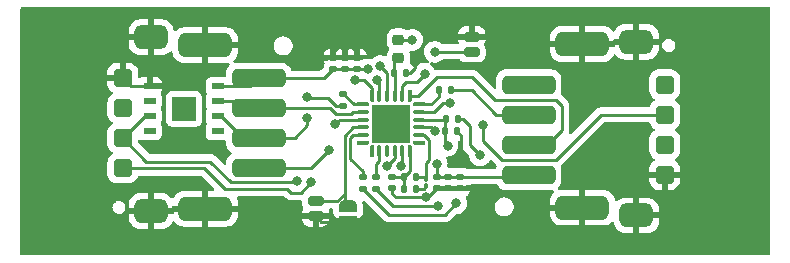
<source format=gbr>
%TF.GenerationSoftware,KiCad,Pcbnew,8.0.6*%
%TF.CreationDate,2024-11-25T22:11:24+01:00*%
%TF.ProjectId,nard_sam,6e617264-5f73-4616-9d2e-6b696361645f,rev?*%
%TF.SameCoordinates,Original*%
%TF.FileFunction,Copper,L1,Top*%
%TF.FilePolarity,Positive*%
%FSLAX46Y46*%
G04 Gerber Fmt 4.6, Leading zero omitted, Abs format (unit mm)*
G04 Created by KiCad (PCBNEW 8.0.6) date 2024-11-25 22:11:24*
%MOMM*%
%LPD*%
G01*
G04 APERTURE LIST*
G04 Aperture macros list*
%AMRoundRect*
0 Rectangle with rounded corners*
0 $1 Rounding radius*
0 $2 $3 $4 $5 $6 $7 $8 $9 X,Y pos of 4 corners*
0 Add a 4 corners polygon primitive as box body*
4,1,4,$2,$3,$4,$5,$6,$7,$8,$9,$2,$3,0*
0 Add four circle primitives for the rounded corners*
1,1,$1+$1,$2,$3*
1,1,$1+$1,$4,$5*
1,1,$1+$1,$6,$7*
1,1,$1+$1,$8,$9*
0 Add four rect primitives between the rounded corners*
20,1,$1+$1,$2,$3,$4,$5,0*
20,1,$1+$1,$4,$5,$6,$7,0*
20,1,$1+$1,$6,$7,$8,$9,0*
20,1,$1+$1,$8,$9,$2,$3,0*%
%AMFreePoly0*
4,1,19,0.379643,0.132453,0.384467,0.128033,0.490533,0.021967,0.512215,-0.024529,0.512500,-0.031066,0.512500,-0.075000,0.494953,-0.123209,0.450524,-0.148861,0.437500,-0.150000,-0.437500,-0.150000,-0.485709,-0.132453,-0.511361,-0.088024,-0.512500,-0.075000,-0.512500,0.075000,-0.494953,0.123209,-0.450524,0.148861,-0.437500,0.150000,0.331434,0.150000,0.379643,0.132453,0.379643,0.132453,
$1*%
%AMFreePoly1*
4,1,19,0.485709,0.132453,0.511361,0.088024,0.512500,0.075000,0.512500,0.031066,0.494953,-0.017143,0.490533,-0.021967,0.384467,-0.128033,0.337971,-0.149715,0.331434,-0.150000,-0.437500,-0.150000,-0.485709,-0.132453,-0.511361,-0.088024,-0.512500,-0.075000,-0.512500,0.075000,-0.494953,0.123209,-0.450524,0.148861,-0.437500,0.150000,0.437500,0.150000,0.485709,0.132453,0.485709,0.132453,
$1*%
%AMFreePoly2*
4,1,19,0.123209,0.494953,0.148861,0.450524,0.150000,0.437500,0.150000,-0.437500,0.132453,-0.485709,0.088024,-0.511361,0.075000,-0.512500,-0.075000,-0.512500,-0.123209,-0.494953,-0.148861,-0.450524,-0.150000,-0.437500,-0.150000,0.331434,-0.132453,0.379643,-0.128033,0.384467,-0.021967,0.490533,0.024529,0.512215,0.031066,0.512500,0.075000,0.512500,0.123209,0.494953,0.123209,0.494953,
$1*%
%AMFreePoly3*
4,1,19,0.017143,0.494953,0.021967,0.490533,0.128033,0.384467,0.149715,0.337971,0.150000,0.331434,0.150000,-0.437500,0.132453,-0.485709,0.088024,-0.511361,0.075000,-0.512500,-0.075000,-0.512500,-0.123209,-0.494953,-0.148861,-0.450524,-0.150000,-0.437500,-0.150000,0.437500,-0.132453,0.485709,-0.088024,0.511361,-0.075000,0.512500,-0.031066,0.512500,0.017143,0.494953,0.017143,0.494953,
$1*%
%AMFreePoly4*
4,1,19,0.485709,0.132453,0.511361,0.088024,0.512500,0.075000,0.512500,-0.075000,0.494953,-0.123209,0.450524,-0.148861,0.437500,-0.150000,-0.331434,-0.150000,-0.379643,-0.132453,-0.384467,-0.128033,-0.490533,-0.021967,-0.512215,0.024529,-0.512500,0.031066,-0.512500,0.075000,-0.494953,0.123209,-0.450524,0.148861,-0.437500,0.150000,0.437500,0.150000,0.485709,0.132453,0.485709,0.132453,
$1*%
%AMFreePoly5*
4,1,19,0.485709,0.132453,0.511361,0.088024,0.512500,0.075000,0.512500,-0.075000,0.494953,-0.123209,0.450524,-0.148861,0.437500,-0.150000,-0.437500,-0.150000,-0.485709,-0.132453,-0.511361,-0.088024,-0.512500,-0.075000,-0.512500,-0.031066,-0.494953,0.017143,-0.490533,0.021967,-0.384467,0.128033,-0.337971,0.149715,-0.331434,0.150000,0.437500,0.150000,0.485709,0.132453,0.485709,0.132453,
$1*%
%AMFreePoly6*
4,1,19,0.123209,0.494953,0.148861,0.450524,0.150000,0.437500,0.150000,-0.331434,0.132453,-0.379643,0.128033,-0.384467,0.021967,-0.490533,-0.024529,-0.512215,-0.031066,-0.512500,-0.075000,-0.512500,-0.123209,-0.494953,-0.148861,-0.450524,-0.150000,-0.437500,-0.150000,0.437500,-0.132453,0.485709,-0.088024,0.511361,-0.075000,0.512500,0.075000,0.512500,0.123209,0.494953,0.123209,0.494953,
$1*%
%AMFreePoly7*
4,1,19,0.123209,0.494953,0.148861,0.450524,0.150000,0.437500,0.150000,-0.437500,0.132453,-0.485709,0.088024,-0.511361,0.075000,-0.512500,0.031066,-0.512500,-0.017143,-0.494953,-0.021967,-0.490533,-0.128033,-0.384467,-0.149715,-0.337971,-0.150000,-0.331434,-0.150000,0.437500,-0.132453,0.485709,-0.088024,0.511361,-0.075000,0.512500,0.075000,0.512500,0.123209,0.494953,0.123209,0.494953,
$1*%
%AMFreePoly8*
4,1,19,0.500000,-0.750000,0.000000,-0.750000,0.000000,-0.744911,-0.071157,-0.744911,-0.207708,-0.704816,-0.327430,-0.627875,-0.420627,-0.520320,-0.479746,-0.390866,-0.500000,-0.250000,-0.500000,0.250000,-0.479746,0.390866,-0.420627,0.520320,-0.327430,0.627875,-0.207708,0.704816,-0.071157,0.744911,0.000000,0.744911,0.000000,0.750000,0.500000,0.750000,0.500000,-0.750000,0.500000,-0.750000,
$1*%
%AMFreePoly9*
4,1,19,0.000000,0.744911,0.071157,0.744911,0.207708,0.704816,0.327430,0.627875,0.420627,0.520320,0.479746,0.390866,0.500000,0.250000,0.500000,-0.250000,0.479746,-0.390866,0.420627,-0.520320,0.327430,-0.627875,0.207708,-0.704816,0.071157,-0.744911,0.000000,-0.744911,0.000000,-0.750000,-0.500000,-0.750000,-0.500000,0.750000,0.000000,0.750000,0.000000,0.744911,0.000000,0.744911,
$1*%
G04 Aperture macros list end*
%TA.AperFunction,SMDPad,CuDef*%
%ADD10RoundRect,0.140000X-0.140000X-0.170000X0.140000X-0.170000X0.140000X0.170000X-0.140000X0.170000X0*%
%TD*%
%TA.AperFunction,SMDPad,CuDef*%
%ADD11RoundRect,0.140000X0.170000X-0.140000X0.170000X0.140000X-0.170000X0.140000X-0.170000X-0.140000X0*%
%TD*%
%TA.AperFunction,SMDPad,CuDef*%
%ADD12FreePoly0,270.000000*%
%TD*%
%TA.AperFunction,SMDPad,CuDef*%
%ADD13RoundRect,0.075000X-0.075000X0.437500X-0.075000X-0.437500X0.075000X-0.437500X0.075000X0.437500X0*%
%TD*%
%TA.AperFunction,SMDPad,CuDef*%
%ADD14FreePoly1,270.000000*%
%TD*%
%TA.AperFunction,SMDPad,CuDef*%
%ADD15FreePoly2,270.000000*%
%TD*%
%TA.AperFunction,SMDPad,CuDef*%
%ADD16RoundRect,0.075000X-0.437500X0.075000X-0.437500X-0.075000X0.437500X-0.075000X0.437500X0.075000X0*%
%TD*%
%TA.AperFunction,SMDPad,CuDef*%
%ADD17FreePoly3,270.000000*%
%TD*%
%TA.AperFunction,SMDPad,CuDef*%
%ADD18FreePoly4,270.000000*%
%TD*%
%TA.AperFunction,SMDPad,CuDef*%
%ADD19FreePoly5,270.000000*%
%TD*%
%TA.AperFunction,SMDPad,CuDef*%
%ADD20FreePoly6,270.000000*%
%TD*%
%TA.AperFunction,SMDPad,CuDef*%
%ADD21FreePoly7,270.000000*%
%TD*%
%TA.AperFunction,HeatsinkPad*%
%ADD22R,3.200000X3.200000*%
%TD*%
%TA.AperFunction,SMDPad,CuDef*%
%ADD23RoundRect,0.100000X-0.100000X0.130000X-0.100000X-0.130000X0.100000X-0.130000X0.100000X0.130000X0*%
%TD*%
%TA.AperFunction,SMDPad,CuDef*%
%ADD24RoundRect,0.218750X-0.256250X0.218750X-0.256250X-0.218750X0.256250X-0.218750X0.256250X0.218750X0*%
%TD*%
%TA.AperFunction,SMDPad,CuDef*%
%ADD25RoundRect,0.140000X-0.170000X0.140000X-0.170000X-0.140000X0.170000X-0.140000X0.170000X0.140000X0*%
%TD*%
%TA.AperFunction,SMDPad,CuDef*%
%ADD26RoundRect,0.400000X-1.850000X-0.400000X1.850000X-0.400000X1.850000X0.400000X-1.850000X0.400000X0*%
%TD*%
%TA.AperFunction,SMDPad,CuDef*%
%ADD27RoundRect,0.400000X-0.400000X-0.400000X0.400000X-0.400000X0.400000X0.400000X-0.400000X0.400000X0*%
%TD*%
%TA.AperFunction,SMDPad,CuDef*%
%ADD28RoundRect,0.200000X-0.450000X-0.200000X0.450000X-0.200000X0.450000X0.200000X-0.450000X0.200000X0*%
%TD*%
%TA.AperFunction,SMDPad,CuDef*%
%ADD29RoundRect,0.500000X-0.900000X-0.500000X0.900000X-0.500000X0.900000X0.500000X-0.900000X0.500000X0*%
%TD*%
%TA.AperFunction,SMDPad,CuDef*%
%ADD30RoundRect,0.500000X-1.750000X-0.500000X1.750000X-0.500000X1.750000X0.500000X-1.750000X0.500000X0*%
%TD*%
%TA.AperFunction,SMDPad,CuDef*%
%ADD31RoundRect,0.135000X0.185000X-0.135000X0.185000X0.135000X-0.185000X0.135000X-0.185000X-0.135000X0*%
%TD*%
%TA.AperFunction,SMDPad,CuDef*%
%ADD32RoundRect,0.135000X0.135000X0.185000X-0.135000X0.185000X-0.135000X-0.185000X0.135000X-0.185000X0*%
%TD*%
%TA.AperFunction,SMDPad,CuDef*%
%ADD33RoundRect,0.400000X1.850000X0.400000X-1.850000X0.400000X-1.850000X-0.400000X1.850000X-0.400000X0*%
%TD*%
%TA.AperFunction,SMDPad,CuDef*%
%ADD34RoundRect,0.400000X0.400000X0.400000X-0.400000X0.400000X-0.400000X-0.400000X0.400000X-0.400000X0*%
%TD*%
%TA.AperFunction,SMDPad,CuDef*%
%ADD35RoundRect,0.200000X0.450000X0.200000X-0.450000X0.200000X-0.450000X-0.200000X0.450000X-0.200000X0*%
%TD*%
%TA.AperFunction,SMDPad,CuDef*%
%ADD36RoundRect,0.500000X0.900000X0.500000X-0.900000X0.500000X-0.900000X-0.500000X0.900000X-0.500000X0*%
%TD*%
%TA.AperFunction,SMDPad,CuDef*%
%ADD37RoundRect,0.500000X1.750000X0.500000X-1.750000X0.500000X-1.750000X-0.500000X1.750000X-0.500000X0*%
%TD*%
%TA.AperFunction,SMDPad,CuDef*%
%ADD38R,1.100000X0.500000*%
%TD*%
%TA.AperFunction,SMDPad,CuDef*%
%ADD39R,2.000000X2.000000*%
%TD*%
%TA.AperFunction,SMDPad,CuDef*%
%ADD40RoundRect,0.135000X-0.185000X0.135000X-0.185000X-0.135000X0.185000X-0.135000X0.185000X0.135000X0*%
%TD*%
%TA.AperFunction,SMDPad,CuDef*%
%ADD41RoundRect,0.135000X-0.135000X-0.185000X0.135000X-0.185000X0.135000X0.185000X-0.135000X0.185000X0*%
%TD*%
%TA.AperFunction,SMDPad,CuDef*%
%ADD42FreePoly8,90.000000*%
%TD*%
%TA.AperFunction,SMDPad,CuDef*%
%ADD43FreePoly9,90.000000*%
%TD*%
%TA.AperFunction,ViaPad*%
%ADD44C,0.800000*%
%TD*%
%TA.AperFunction,Conductor*%
%ADD45C,0.250000*%
%TD*%
G04 APERTURE END LIST*
D10*
%TO.P,C1,1*%
%TO.N,/VDD5*%
X103406000Y-65565000D03*
%TO.P,C1,2*%
%TO.N,GND*%
X104366000Y-65565000D03*
%TD*%
D11*
%TO.P,C4,1*%
%TO.N,/SC1_VCC*%
X99250000Y-65227000D03*
%TO.P,C4,2*%
%TO.N,GND*%
X99250000Y-64267000D03*
%TD*%
D12*
%TO.P,U1,1,SC2_RST_N*%
%TO.N,/SC2_RST*%
X104749000Y-67484500D03*
D13*
%TO.P,U1,2,SC2_VCC*%
%TO.N,/SC2_VCC*%
X104099000Y-67484500D03*
%TO.P,U1,3,VDD5*%
%TO.N,/VDD5*%
X103449000Y-67484500D03*
%TO.P,U1,4,SC1_C8*%
%TO.N,/SC1_C8*%
X102799000Y-67484500D03*
%TO.P,U1,5,SC1_C4*%
%TO.N,/SC1_C4*%
X102149000Y-67484500D03*
D14*
%TO.P,U1,6,SC1_IO*%
%TO.N,/SC1_IO*%
X101499000Y-67484500D03*
D15*
%TO.P,U1,7,SC1_CLK*%
%TO.N,Net-(U1-SC1_CLK)*%
X100761500Y-68222000D03*
D16*
%TO.P,U1,8,SC1_RST_N*%
%TO.N,/SC1_RST*%
X100761500Y-68872000D03*
%TO.P,U1,9,SC1_VCC*%
%TO.N,/SC1_VCC*%
X100761500Y-69522000D03*
%TO.P,U1,10,SC1_PRSNT_N/JTAG_TMS*%
%TO.N,/SC1_PRSNT*%
X100761500Y-70172000D03*
%TO.P,U1,11,SPI1_MISO/RXD*%
%TO.N,/SEC_RXD*%
X100761500Y-70822000D03*
D17*
%TO.P,U1,12,SPI1_CLK/CTS_IN*%
%TO.N,/SEC_CTS*%
X100761500Y-71472000D03*
D18*
%TO.P,U1,13,SPI1_CE/RTS_OUT*%
%TO.N,/SEC_RTS*%
X101499000Y-72209500D03*
D13*
%TO.P,U1,14,SPI1_MOSI/TXD*%
%TO.N,/SEC_TXD*%
X102149000Y-72209500D03*
%TO.P,U1,15,test*%
%TO.N,unconnected-(U1-test-Pad15)*%
X102799000Y-72209500D03*
%TO.P,U1,16,USBUP_DM*%
%TO.N,/USB_DM*%
X103449000Y-72209500D03*
%TO.P,U1,17,USBUP_DP*%
%TO.N,/USB_DP*%
X104099000Y-72209500D03*
D19*
%TO.P,U1,18,VDD33*%
%TO.N,+3.3VA*%
X104749000Y-72209500D03*
D20*
%TO.P,U1,19,JTAG_CLK*%
%TO.N,unconnected-(U1-JTAG_CLK-Pad19)*%
X105486500Y-71472000D03*
D16*
%TO.P,U1,20,SC_LED_ACT_N/JTAG_TDO*%
%TO.N,/LED_ACT*%
X105486500Y-70822000D03*
%TO.P,U1,21,SC2_PRSNT_N/JTAG_TDI*%
%TO.N,/SC2_PRsNT*%
X105486500Y-70172000D03*
%TO.P,U1,22,~{RESET}*%
%TO.N,/~{RESET}*%
X105486500Y-69522000D03*
%TO.P,U1,23,SC2_IO*%
%TO.N,/SC2_IO*%
X105486500Y-68872000D03*
D21*
%TO.P,U1,24,SC2_CLK*%
%TO.N,Net-(U1-SC2_CLK)*%
X105486500Y-68222000D03*
D22*
%TO.P,U1,25,VSS(flag)*%
%TO.N,GND*%
X103124000Y-69847000D03*
%TD*%
D23*
%TO.P,D1,1,K*%
%TO.N,/LED_ACT*%
X106121200Y-74531000D03*
%TO.P,D1,2,A*%
%TO.N,Net-(D1-A)*%
X106121200Y-75171000D03*
%TD*%
D24*
%TO.P,L1,1,1*%
%TO.N,+5V*%
X103759000Y-62745500D03*
%TO.P,L1,2,2*%
%TO.N,/VDD5*%
X103759000Y-64320500D03*
%TD*%
D25*
%TO.P,C8,1*%
%TO.N,/SC2_VCC*%
X107000000Y-74371000D03*
%TO.P,C8,2*%
%TO.N,GND*%
X107000000Y-75331000D03*
%TD*%
D10*
%TO.P,C2,1*%
%TO.N,/~{RESET}*%
X107749400Y-70497000D03*
%TO.P,C2,2*%
%TO.N,GND*%
X108709400Y-70497000D03*
%TD*%
D26*
%TO.P,J1,1,VCC*%
%TO.N,/SC1_VCC*%
X91928000Y-65993000D03*
%TO.P,J1,2,RST*%
%TO.N,/SC1_RST*%
X91928000Y-68533000D03*
%TO.P,J1,3,CLK*%
%TO.N,/SC1_CLK*%
X91928000Y-71073000D03*
%TO.P,J1,4,C4*%
%TO.N,/SC1_C4*%
X91928000Y-73613000D03*
D27*
%TO.P,J1,5,GND*%
%TO.N,GND*%
X80425000Y-65997000D03*
%TO.P,J1,6,VPP*%
%TO.N,unconnected-(J1-VPP-Pad6)*%
X80425000Y-68537000D03*
%TO.P,J1,7,I/O*%
%TO.N,/SC1_IO*%
X80425000Y-71077000D03*
%TO.P,J1,8,C8*%
%TO.N,/SC1_C8*%
X80425000Y-73617000D03*
D28*
%TO.P,J1,CSW,detect*%
%TO.N,/SC1_PRSNT*%
X96754000Y-76407000D03*
%TO.P,J1,DSW,detect*%
%TO.N,GND*%
X96754000Y-77677000D03*
D29*
%TO.P,J1,sh,shield*%
X82825000Y-62547000D03*
X82825000Y-77247000D03*
D30*
X87404000Y-63217000D03*
X87404000Y-77067000D03*
%TD*%
D25*
%TO.P,C3,1*%
%TO.N,+3.3VA*%
X103250000Y-74371000D03*
%TO.P,C3,2*%
%TO.N,GND*%
X103250000Y-75331000D03*
%TD*%
D31*
%TO.P,R2,1*%
%TO.N,/PC0*%
X101850000Y-75361000D03*
%TO.P,R2,2*%
%TO.N,/SEC_TXD*%
X101850000Y-74341000D03*
%TD*%
D11*
%TO.P,C6,1*%
%TO.N,/SC1_VCC*%
X98250000Y-65227000D03*
%TO.P,C6,2*%
%TO.N,GND*%
X98250000Y-64267000D03*
%TD*%
D32*
%TO.P,R6,1*%
%TO.N,/LED_ACT*%
X105260000Y-74351000D03*
%TO.P,R6,2*%
%TO.N,+3.3VA*%
X104240000Y-74351000D03*
%TD*%
D33*
%TO.P,J2,1,VCC*%
%TO.N,/SC2_VCC*%
X114808000Y-74186000D03*
%TO.P,J2,2,RST*%
%TO.N,/SC2_RST*%
X114808000Y-71646000D03*
%TO.P,J2,3,CLK*%
%TO.N,/SC2_CLK*%
X114808000Y-69106000D03*
%TO.P,J2,4,C4*%
%TO.N,unconnected-(J2-C4-Pad4)*%
X114808000Y-66566000D03*
D34*
%TO.P,J2,5,GND*%
%TO.N,GND*%
X126311000Y-74182000D03*
%TO.P,J2,6,VPP*%
%TO.N,unconnected-(J2-VPP-Pad6)*%
X126311000Y-71642000D03*
%TO.P,J2,7,I/O*%
%TO.N,/SC2_IO*%
X126311000Y-69102000D03*
%TO.P,J2,8,C8*%
%TO.N,unconnected-(J2-C8-Pad8)*%
X126311000Y-66562000D03*
D35*
%TO.P,J2,CSW,detect*%
%TO.N,/SC2_PRsNT*%
X109982000Y-63772000D03*
%TO.P,J2,DSW,detect*%
%TO.N,GND*%
X109982000Y-62502000D03*
D36*
%TO.P,J2,sh,shield*%
X123911000Y-77632000D03*
X123911000Y-62932000D03*
D37*
X119332000Y-76962000D03*
X119332000Y-63112000D03*
%TD*%
D38*
%TO.P,U3,1,GND*%
%TO.N,GND*%
X82700000Y-66690000D03*
%TO.P,U3,2,SWIO*%
%TO.N,unconnected-(U3-SWIO-Pad2)*%
X82700000Y-67960000D03*
%TO.P,U3,3,I/O*%
%TO.N,/SC1_IO*%
X82700000Y-69230000D03*
%TO.P,U3,4,NC*%
%TO.N,unconnected-(U3-NC-Pad4)*%
X82700000Y-70500000D03*
%TO.P,U3,5,NC*%
%TO.N,unconnected-(U3-NC-Pad5)*%
X88500000Y-70500000D03*
%TO.P,U3,6,CLK*%
%TO.N,/SC1_CLK*%
X88500000Y-69230000D03*
%TO.P,U3,7,RST*%
%TO.N,/SC1_RST*%
X88500000Y-67960000D03*
%TO.P,U3,8,VCC*%
%TO.N,/SC1_VCC*%
X88500000Y-66690000D03*
D39*
%TO.P,U3,9,NC*%
%TO.N,unconnected-(U3-NC-Pad9)*%
X85600000Y-68595000D03*
%TD*%
D32*
%TO.P,R7,1*%
%TO.N,Net-(D1-A)*%
X105260000Y-75351000D03*
%TO.P,R7,2*%
%TO.N,+3.3VA*%
X104240000Y-75351000D03*
%TD*%
D11*
%TO.P,C9,1*%
%TO.N,/SC1_VCC*%
X100250000Y-65227000D03*
%TO.P,C9,2*%
%TO.N,GND*%
X100250000Y-64267000D03*
%TD*%
D25*
%TO.P,C5,1*%
%TO.N,/SC2_VCC*%
X108000000Y-74371000D03*
%TO.P,C5,2*%
%TO.N,GND*%
X108000000Y-75331000D03*
%TD*%
%TO.P,C7,1*%
%TO.N,/SC2_VCC*%
X109000000Y-74371000D03*
%TO.P,C7,2*%
%TO.N,GND*%
X109000000Y-75331000D03*
%TD*%
D40*
%TO.P,R4,1*%
%TO.N,Net-(U1-SC1_CLK)*%
X99060000Y-67308000D03*
%TO.P,R4,2*%
%TO.N,/SC1_CLK*%
X99060000Y-68328000D03*
%TD*%
D32*
%TO.P,R3,1*%
%TO.N,+5V*%
X108770000Y-69497000D03*
%TO.P,R3,2*%
%TO.N,/~{RESET}*%
X107750000Y-69497000D03*
%TD*%
D41*
%TO.P,R5,1*%
%TO.N,Net-(U1-SC2_CLK)*%
X107165000Y-67050000D03*
%TO.P,R5,2*%
%TO.N,/SC2_CLK*%
X108185000Y-67050000D03*
%TD*%
D31*
%TO.P,R1,1*%
%TO.N,/PC1*%
X100750000Y-75361000D03*
%TO.P,R1,2*%
%TO.N,/SEC_RXD*%
X100750000Y-74341000D03*
%TD*%
D42*
%TO.P,JP1,1,A*%
%TO.N,GND*%
X99500000Y-78150000D03*
D43*
%TO.P,JP1,2,B*%
%TO.N,/SC1_PRSNT*%
X99500000Y-76850000D03*
%TD*%
D44*
%TO.N,+5V*%
X110675000Y-72550000D03*
X104952800Y-62763400D03*
%TO.N,GND*%
X132525000Y-65200000D03*
X101800000Y-63750000D03*
X103900000Y-69011800D03*
X84350000Y-74900000D03*
X130050000Y-74000000D03*
X91050000Y-77050000D03*
X78625000Y-75275000D03*
X129300000Y-63800000D03*
X91000000Y-63200000D03*
X126625000Y-77400000D03*
X107000000Y-62000000D03*
X115475000Y-77325000D03*
X103925000Y-70625000D03*
X115575000Y-63075000D03*
X99263200Y-63373000D03*
X106100000Y-76100000D03*
X112350000Y-62875000D03*
X74075000Y-65150000D03*
X105181400Y-64490600D03*
X102300000Y-69025000D03*
X73975000Y-78350000D03*
X120050000Y-73325000D03*
X84375000Y-64950000D03*
X79950000Y-62575000D03*
X109100000Y-72775000D03*
X78025000Y-65350000D03*
X123750000Y-65125000D03*
X102300000Y-70625000D03*
X119625000Y-65375000D03*
%TO.N,/PC0*%
X107075000Y-76850000D03*
%TO.N,/PC1*%
X108650000Y-76600000D03*
%TO.N,/USB_DM*%
X102768400Y-73456800D03*
%TO.N,/USB_DP*%
X103987600Y-73406000D03*
%TO.N,/~{RESET}*%
X107924600Y-71729600D03*
%TO.N,/SC1_VCC*%
X101168200Y-65252600D03*
X98425000Y-69900000D03*
%TO.N,/SC2_VCC*%
X105994200Y-65630800D03*
X107010200Y-73250800D03*
%TO.N,/SC1_CLK*%
X96050000Y-67625000D03*
X96050000Y-69375000D03*
%TO.N,/SC1_C4*%
X97850000Y-72100000D03*
X101912250Y-66187250D03*
%TO.N,/SC1_IO*%
X100100000Y-66200000D03*
X95200000Y-74750000D03*
%TO.N,/SC1_C8*%
X102225000Y-64975000D03*
X96375000Y-74775000D03*
%TO.N,/SC2_IO*%
X108150000Y-68125000D03*
X110950000Y-69975000D03*
%TO.N,/SC2_PRsNT*%
X106857800Y-70507600D03*
X106850000Y-63775000D03*
%TD*%
D45*
%TO.N,Net-(D1-A)*%
X105941200Y-75351000D02*
X106121200Y-75171000D01*
X105260000Y-75351000D02*
X105941200Y-75351000D01*
%TO.N,+5V*%
X108770000Y-69497000D02*
X109247000Y-69497000D01*
X109800000Y-71675000D02*
X110675000Y-72550000D01*
X109800000Y-70050000D02*
X109800000Y-71675000D01*
X104934900Y-62745500D02*
X104952800Y-62763400D01*
X103759000Y-62745500D02*
X104934900Y-62745500D01*
X109247000Y-69497000D02*
X109800000Y-70050000D01*
%TO.N,GND*%
X106100000Y-76100000D02*
X106231000Y-76100000D01*
X104366000Y-65565000D02*
X104767400Y-65565000D01*
X89353400Y-77063600D02*
X89350000Y-77067000D01*
X99500000Y-78150000D02*
X97227000Y-78150000D01*
X105181400Y-65151000D02*
X105181400Y-64490600D01*
X103250000Y-75331000D02*
X103250000Y-75800000D01*
X97227000Y-78150000D02*
X96754000Y-77677000D01*
X81118000Y-66690000D02*
X80425000Y-65997000D01*
X103550000Y-76100000D02*
X106100000Y-76100000D01*
X107000000Y-75331000D02*
X108000000Y-75331000D01*
X82700000Y-66690000D02*
X81118000Y-66690000D01*
X103250000Y-75800000D02*
X103550000Y-76100000D01*
X99250000Y-64267000D02*
X99250000Y-63386200D01*
X98250000Y-63751200D02*
X98628200Y-63373000D01*
X106231000Y-76100000D02*
X107000000Y-75331000D01*
X109100000Y-70887600D02*
X109100000Y-72775000D01*
X104767400Y-65565000D02*
X105181400Y-65151000D01*
X89321200Y-77038200D02*
X89350000Y-77067000D01*
X99847400Y-63373000D02*
X99263200Y-63373000D01*
X108709400Y-70497000D02*
X109100000Y-70887600D01*
X100250000Y-63775600D02*
X99847400Y-63373000D01*
X98250000Y-64267000D02*
X98250000Y-63751200D01*
X108000000Y-75331000D02*
X109000000Y-75331000D01*
X98628200Y-63373000D02*
X99263200Y-63373000D01*
X99250000Y-63386200D02*
X99263200Y-63373000D01*
X100250000Y-64267000D02*
X100250000Y-63775600D01*
%TO.N,/PC0*%
X103339000Y-76850000D02*
X101850000Y-75361000D01*
X107075000Y-76850000D02*
X103339000Y-76850000D01*
%TO.N,/PC1*%
X108650000Y-76600000D02*
X107675000Y-77575000D01*
X107675000Y-77575000D02*
X102964000Y-77575000D01*
X102964000Y-77575000D02*
X100750000Y-75361000D01*
%TO.N,Net-(U1-SC1_CLK)*%
X100761500Y-68222000D02*
X99974000Y-68222000D01*
X99974000Y-68222000D02*
X99060000Y-67308000D01*
%TO.N,+3.3VA*%
X104749000Y-72209500D02*
X104749000Y-73842000D01*
X104240000Y-75351000D02*
X104240000Y-74351000D01*
X103250000Y-74371000D02*
X104220000Y-74371000D01*
X104220000Y-74371000D02*
X104240000Y-74351000D01*
X104749000Y-73842000D02*
X104240000Y-74351000D01*
%TO.N,Net-(U1-SC2_CLK)*%
X106547000Y-68222000D02*
X106550000Y-68225000D01*
X105486500Y-68222000D02*
X106547000Y-68222000D01*
X107165000Y-67610000D02*
X107165000Y-67050000D01*
X106550000Y-68225000D02*
X107165000Y-67610000D01*
%TO.N,/USB_DM*%
X103449000Y-72209500D02*
X103449000Y-72776200D01*
X103449000Y-72776200D02*
X102768400Y-73456800D01*
%TO.N,/USB_DP*%
X104099000Y-72209500D02*
X104099000Y-73294600D01*
X104099000Y-73294600D02*
X103987600Y-73406000D01*
%TO.N,/SEC_RXD*%
X100750000Y-74341000D02*
X100750000Y-73902200D01*
X100750000Y-73902200D02*
X99695000Y-72847200D01*
X99695000Y-72847200D02*
X99695000Y-71069200D01*
X99942200Y-70822000D02*
X100761500Y-70822000D01*
X99695000Y-71069200D02*
X99942200Y-70822000D01*
%TO.N,/SEC_TXD*%
X101850000Y-73308400D02*
X101850000Y-74341000D01*
X102149000Y-73009400D02*
X101850000Y-73308400D01*
X102149000Y-72209500D02*
X102149000Y-73009400D01*
%TO.N,/VDD5*%
X103406000Y-64673500D02*
X103759000Y-64320500D01*
X103406000Y-65565000D02*
X103406000Y-64673500D01*
X103449000Y-67484500D02*
X103449000Y-65608000D01*
X103449000Y-65608000D02*
X103406000Y-65565000D01*
%TO.N,/~{RESET}*%
X107749400Y-70497000D02*
X107749400Y-71554400D01*
X105486500Y-69522000D02*
X107725000Y-69522000D01*
X107749400Y-70497000D02*
X107749400Y-69497600D01*
X107749400Y-71554400D02*
X107924600Y-71729600D01*
X107725000Y-69522000D02*
X107750000Y-69497000D01*
X107749400Y-69497600D02*
X107750000Y-69497000D01*
%TO.N,/SC1_VCC*%
X88500000Y-66690000D02*
X91231000Y-66690000D01*
X101168200Y-65252600D02*
X100275600Y-65252600D01*
X99250000Y-65227000D02*
X98250000Y-65227000D01*
X98198000Y-65227000D02*
X98250000Y-65227000D01*
X97432000Y-65993000D02*
X98198000Y-65227000D01*
X91231000Y-66690000D02*
X91928000Y-65993000D01*
X98803000Y-69522000D02*
X98425000Y-69900000D01*
X100761500Y-69522000D02*
X98803000Y-69522000D01*
X91928000Y-65993000D02*
X97432000Y-65993000D01*
X100250000Y-65227000D02*
X99250000Y-65227000D01*
X100275600Y-65252600D02*
X100250000Y-65227000D01*
%TO.N,/SC2_VCC*%
X104099000Y-67484500D02*
X104099000Y-66637000D01*
X114623000Y-74371000D02*
X114808000Y-74186000D01*
X107000000Y-74371000D02*
X108000000Y-74371000D01*
X108000000Y-74371000D02*
X109000000Y-74371000D01*
X107010200Y-73250800D02*
X107010200Y-74360800D01*
X105308400Y-66316600D02*
X105994200Y-65630800D01*
X104419400Y-66316600D02*
X105308400Y-66316600D01*
X109000000Y-74371000D02*
X114623000Y-74371000D01*
X104099000Y-66637000D02*
X104419400Y-66316600D01*
X107010200Y-74360800D02*
X107000000Y-74371000D01*
%TO.N,/LED_ACT*%
X106375200Y-71282515D02*
X106375200Y-72898000D01*
X106375200Y-72898000D02*
X106121200Y-73152000D01*
X105260000Y-74351000D02*
X105941200Y-74351000D01*
X105914685Y-70822000D02*
X106375200Y-71282515D01*
X106121200Y-73152000D02*
X106121200Y-74531000D01*
X105941200Y-74351000D02*
X106121200Y-74531000D01*
X105486500Y-70822000D02*
X105914685Y-70822000D01*
%TO.N,/SC1_RST*%
X91355000Y-67960000D02*
X91928000Y-68533000D01*
X97958000Y-68533000D02*
X91928000Y-68533000D01*
X98450000Y-69025000D02*
X97958000Y-68533000D01*
X99928000Y-68872000D02*
X99775000Y-69025000D01*
X88500000Y-67960000D02*
X91355000Y-67960000D01*
X99775000Y-69025000D02*
X98450000Y-69025000D01*
X100761500Y-68872000D02*
X99928000Y-68872000D01*
%TO.N,/SC1_CLK*%
X96050000Y-70000000D02*
X96050000Y-69375000D01*
X91928000Y-71073000D02*
X94977000Y-71073000D01*
X94977000Y-71073000D02*
X96050000Y-70000000D01*
X88500000Y-69230000D02*
X88730000Y-69230000D01*
X88730000Y-69230000D02*
X90573000Y-71073000D01*
X90573000Y-71073000D02*
X91928000Y-71073000D01*
X96075000Y-67650000D02*
X96050000Y-67625000D01*
X99060000Y-68328000D02*
X98503000Y-68328000D01*
X97825000Y-67650000D02*
X96075000Y-67650000D01*
X98503000Y-68328000D02*
X97825000Y-67650000D01*
%TO.N,/SC1_C4*%
X102149000Y-67484500D02*
X102149000Y-66424000D01*
X91928000Y-73613000D02*
X96337000Y-73613000D01*
X96337000Y-73613000D02*
X97850000Y-72100000D01*
X102149000Y-66424000D02*
X101912250Y-66187250D01*
%TO.N,/SC1_IO*%
X82700000Y-69230000D02*
X82272000Y-69230000D01*
X80425000Y-71077000D02*
X82423000Y-73075000D01*
X89550000Y-74800000D02*
X95150000Y-74800000D01*
X87825000Y-73075000D02*
X89550000Y-74800000D01*
X95150000Y-74800000D02*
X95200000Y-74750000D01*
X82423000Y-73075000D02*
X87825000Y-73075000D01*
X100100000Y-66200000D02*
X100850000Y-66200000D01*
X82272000Y-69230000D02*
X80425000Y-71077000D01*
X100850000Y-66200000D02*
X101499000Y-66849000D01*
X101499000Y-66849000D02*
X101499000Y-67484500D01*
%TO.N,/SC1_C8*%
X94325000Y-75350000D02*
X94675000Y-75700000D01*
X95500000Y-75700000D02*
X96375000Y-74825000D01*
X89050000Y-75350000D02*
X94325000Y-75350000D01*
X80433000Y-73625000D02*
X87325000Y-73625000D01*
X87325000Y-73625000D02*
X89050000Y-75350000D01*
X102225000Y-64975000D02*
X102799000Y-65549000D01*
X96375000Y-74825000D02*
X96375000Y-74775000D01*
X102799000Y-65549000D02*
X102799000Y-67484500D01*
X80425000Y-73617000D02*
X80433000Y-73625000D01*
X94675000Y-75700000D02*
X95500000Y-75700000D01*
%TO.N,/SC1_PRSNT*%
X99200000Y-75775000D02*
X98568000Y-76407000D01*
X99200000Y-75775000D02*
X99200000Y-76550000D01*
X99955804Y-70172000D02*
X99200000Y-70927804D01*
X100761500Y-70172000D02*
X99955804Y-70172000D01*
X98568000Y-76407000D02*
X96754000Y-76407000D01*
X99200000Y-76550000D02*
X99500000Y-76850000D01*
X99200000Y-70927804D02*
X99200000Y-75775000D01*
%TO.N,/SC2_RST*%
X110000000Y-65925000D02*
X111900000Y-67825000D01*
X104749000Y-67484500D02*
X105440500Y-67484500D01*
X107000000Y-65925000D02*
X110000000Y-65925000D01*
X105440500Y-67484500D02*
X107000000Y-65925000D01*
X117600000Y-70375000D02*
X116329000Y-71646000D01*
X111900000Y-67825000D02*
X117100000Y-67825000D01*
X117600000Y-68325000D02*
X117600000Y-70375000D01*
X117100000Y-67825000D02*
X117600000Y-68325000D01*
X116329000Y-71646000D02*
X114808000Y-71646000D01*
%TO.N,/SC2_CLK*%
X109975000Y-67050000D02*
X108185000Y-67050000D01*
X112031000Y-69106000D02*
X109975000Y-67050000D01*
X114808000Y-69106000D02*
X112031000Y-69106000D01*
%TO.N,/SC2_IO*%
X107525000Y-68125000D02*
X108150000Y-68125000D01*
X117100000Y-72925000D02*
X120923000Y-69102000D01*
X105486500Y-68872000D02*
X106778000Y-68872000D01*
X120923000Y-69102000D02*
X126311000Y-69102000D01*
X112525000Y-72925000D02*
X117100000Y-72925000D01*
X110950000Y-69975000D02*
X110950000Y-71350000D01*
X110950000Y-71350000D02*
X112525000Y-72925000D01*
X106778000Y-68872000D02*
X107525000Y-68125000D01*
%TO.N,/SC2_PRsNT*%
X106522200Y-70172000D02*
X106857800Y-70507600D01*
X105486500Y-70172000D02*
X106522200Y-70172000D01*
X106850000Y-63775000D02*
X106853000Y-63772000D01*
X106853000Y-63772000D02*
X109982000Y-63772000D01*
%TD*%
%TA.AperFunction,Conductor*%
%TO.N,GND*%
G36*
X109076342Y-71296688D02*
G01*
X109135959Y-71335242D01*
X109165268Y-71399906D01*
X109166500Y-71417483D01*
X109166500Y-71612606D01*
X109166500Y-71737394D01*
X109190845Y-71859785D01*
X109238600Y-71975075D01*
X109307929Y-72078833D01*
X109307931Y-72078835D01*
X109727877Y-72498781D01*
X109761903Y-72561093D01*
X109764092Y-72574705D01*
X109781457Y-72739927D01*
X109798270Y-72791670D01*
X109840473Y-72921556D01*
X109856715Y-72949688D01*
X109935958Y-73086941D01*
X109935965Y-73086951D01*
X110063744Y-73228864D01*
X110063747Y-73228866D01*
X110218248Y-73341118D01*
X110392712Y-73418794D01*
X110579513Y-73458500D01*
X110770487Y-73458500D01*
X110957288Y-73418794D01*
X111131752Y-73341118D01*
X111286253Y-73228866D01*
X111311185Y-73201176D01*
X111414034Y-73086951D01*
X111414035Y-73086949D01*
X111414040Y-73086944D01*
X111469929Y-72990140D01*
X111521310Y-72941149D01*
X111591024Y-72927712D01*
X111656935Y-72954099D01*
X111668142Y-72964047D01*
X112065893Y-73361798D01*
X112099919Y-73424110D01*
X112098505Y-73483504D01*
X112055471Y-73644111D01*
X112018519Y-73704734D01*
X111954659Y-73735755D01*
X111933764Y-73737500D01*
X109643404Y-73737500D01*
X109577658Y-73718195D01*
X109577451Y-73718547D01*
X109576066Y-73717727D01*
X109575283Y-73717498D01*
X109573265Y-73716071D01*
X109429599Y-73631107D01*
X109429598Y-73631106D01*
X109429597Y-73631106D01*
X109350925Y-73608250D01*
X109272252Y-73585393D01*
X109235493Y-73582500D01*
X109235484Y-73582500D01*
X108764516Y-73582500D01*
X108764507Y-73582500D01*
X108727748Y-73585393D01*
X108727747Y-73585393D01*
X108570399Y-73631107D01*
X108564135Y-73634812D01*
X108495318Y-73652269D01*
X108435865Y-73634812D01*
X108429600Y-73631107D01*
X108272252Y-73585393D01*
X108235493Y-73582500D01*
X108235484Y-73582500D01*
X108028779Y-73582500D01*
X107960658Y-73562498D01*
X107914165Y-73508842D01*
X107903469Y-73443330D01*
X107917639Y-73308501D01*
X107923704Y-73250800D01*
X107903742Y-73060872D01*
X107844727Y-72879244D01*
X107826545Y-72847752D01*
X107814622Y-72827100D01*
X107797884Y-72758104D01*
X107821105Y-72691013D01*
X107876912Y-72647126D01*
X107923741Y-72638100D01*
X108020087Y-72638100D01*
X108206888Y-72598394D01*
X108381352Y-72520718D01*
X108535853Y-72408466D01*
X108535855Y-72408464D01*
X108663634Y-72266551D01*
X108663635Y-72266549D01*
X108663640Y-72266544D01*
X108759127Y-72101156D01*
X108818142Y-71919528D01*
X108838104Y-71729600D01*
X108820599Y-71563048D01*
X108818142Y-71539669D01*
X108798717Y-71479889D01*
X108796688Y-71408921D01*
X108833349Y-71348123D01*
X108897061Y-71316797D01*
X108913628Y-71315047D01*
X108914865Y-71314998D01*
X108951568Y-71312109D01*
X108951577Y-71312107D01*
X109005346Y-71296486D01*
X109076342Y-71296688D01*
G37*
%TD.AperFunction*%
%TA.AperFunction,Conductor*%
G36*
X103822218Y-68469994D02*
G01*
X103871676Y-68490481D01*
X103985756Y-68505500D01*
X103985763Y-68505500D01*
X104212237Y-68505500D01*
X104212244Y-68505500D01*
X104326324Y-68490481D01*
X104326324Y-68490480D01*
X104334512Y-68489403D01*
X104334686Y-68490730D01*
X104397124Y-68492212D01*
X104455922Y-68532002D01*
X104483875Y-68597265D01*
X104481077Y-68636419D01*
X104481597Y-68636488D01*
X104465500Y-68758753D01*
X104465500Y-68985246D01*
X104480519Y-69099324D01*
X104501005Y-69148783D01*
X104508594Y-69219373D01*
X104501005Y-69245217D01*
X104480519Y-69294675D01*
X104465500Y-69408753D01*
X104465500Y-69635246D01*
X104480519Y-69749324D01*
X104501005Y-69798783D01*
X104508594Y-69869373D01*
X104501005Y-69895217D01*
X104480519Y-69944675D01*
X104465500Y-70058753D01*
X104465500Y-70285246D01*
X104480519Y-70399324D01*
X104501005Y-70448783D01*
X104508594Y-70519373D01*
X104501005Y-70545217D01*
X104480519Y-70594675D01*
X104465500Y-70708753D01*
X104465500Y-70935246D01*
X104481597Y-71057512D01*
X104480271Y-71057686D01*
X104478782Y-71120138D01*
X104438985Y-71178932D01*
X104373719Y-71206877D01*
X104334580Y-71204077D01*
X104334512Y-71204597D01*
X104212246Y-71188500D01*
X104212244Y-71188500D01*
X103985756Y-71188500D01*
X103985753Y-71188500D01*
X103871675Y-71203519D01*
X103822217Y-71224005D01*
X103751627Y-71231594D01*
X103725783Y-71224005D01*
X103676324Y-71203519D01*
X103562246Y-71188500D01*
X103562244Y-71188500D01*
X103335756Y-71188500D01*
X103335753Y-71188500D01*
X103221675Y-71203519D01*
X103172217Y-71224005D01*
X103101627Y-71231594D01*
X103075783Y-71224005D01*
X103026324Y-71203519D01*
X102912246Y-71188500D01*
X102912244Y-71188500D01*
X102685756Y-71188500D01*
X102685753Y-71188500D01*
X102571675Y-71203519D01*
X102522217Y-71224005D01*
X102451627Y-71231594D01*
X102425783Y-71224005D01*
X102376324Y-71203519D01*
X102262246Y-71188500D01*
X102262244Y-71188500D01*
X102035756Y-71188500D01*
X102035753Y-71188500D01*
X101913488Y-71204597D01*
X101913313Y-71203272D01*
X101850857Y-71201781D01*
X101792064Y-71161982D01*
X101764122Y-71096715D01*
X101766924Y-71057580D01*
X101766403Y-71057512D01*
X101774474Y-70996204D01*
X101782500Y-70935244D01*
X101782500Y-70708756D01*
X101767481Y-70594676D01*
X101746994Y-70545218D01*
X101739405Y-70474630D01*
X101746995Y-70448781D01*
X101751712Y-70437394D01*
X101767481Y-70399324D01*
X101782500Y-70285244D01*
X101782500Y-70058756D01*
X101767481Y-69944676D01*
X101746994Y-69895218D01*
X101739405Y-69824630D01*
X101746995Y-69798781D01*
X101750843Y-69789491D01*
X101767481Y-69749324D01*
X101782500Y-69635244D01*
X101782500Y-69408756D01*
X101767481Y-69294676D01*
X101746994Y-69245218D01*
X101739405Y-69174630D01*
X101746995Y-69148781D01*
X101764631Y-69106204D01*
X101767481Y-69099324D01*
X101782500Y-68985244D01*
X101782500Y-68758756D01*
X101767481Y-68644676D01*
X101767480Y-68644675D01*
X101766403Y-68636488D01*
X101767729Y-68636313D01*
X101769213Y-68573871D01*
X101809005Y-68515074D01*
X101874269Y-68487124D01*
X101913419Y-68489924D01*
X101913488Y-68489403D01*
X101921675Y-68490480D01*
X101921676Y-68490481D01*
X102035756Y-68505500D01*
X102035763Y-68505500D01*
X102262237Y-68505500D01*
X102262244Y-68505500D01*
X102376324Y-68490481D01*
X102425781Y-68469994D01*
X102496370Y-68462405D01*
X102522218Y-68469994D01*
X102571676Y-68490481D01*
X102685756Y-68505500D01*
X102685763Y-68505500D01*
X102912237Y-68505500D01*
X102912244Y-68505500D01*
X103026324Y-68490481D01*
X103075781Y-68469994D01*
X103146370Y-68462405D01*
X103172218Y-68469994D01*
X103221676Y-68490481D01*
X103335756Y-68505500D01*
X103335763Y-68505500D01*
X103562237Y-68505500D01*
X103562244Y-68505500D01*
X103676324Y-68490481D01*
X103725781Y-68469994D01*
X103796370Y-68462405D01*
X103822218Y-68469994D01*
G37*
%TD.AperFunction*%
%TA.AperFunction,Conductor*%
G36*
X135192121Y-60020002D02*
G01*
X135238614Y-60073658D01*
X135250000Y-60126000D01*
X135250000Y-80874000D01*
X135229998Y-80942121D01*
X135176342Y-80988614D01*
X135124000Y-81000000D01*
X71876000Y-81000000D01*
X71807879Y-80979998D01*
X71761386Y-80926342D01*
X71750000Y-80874000D01*
X71750000Y-77796526D01*
X80917000Y-77796526D01*
X80931583Y-77944594D01*
X80931585Y-77944606D01*
X80989219Y-78134599D01*
X80989225Y-78134614D01*
X81082824Y-78309724D01*
X81208788Y-78463211D01*
X81362275Y-78589175D01*
X81537385Y-78682774D01*
X81537400Y-78682780D01*
X81727393Y-78740414D01*
X81727405Y-78740416D01*
X81875473Y-78754999D01*
X81875491Y-78755000D01*
X82571000Y-78755000D01*
X82571000Y-77501000D01*
X83079000Y-77501000D01*
X83079000Y-78755000D01*
X83774509Y-78755000D01*
X83774526Y-78754999D01*
X83922594Y-78740416D01*
X83922606Y-78740414D01*
X84112599Y-78682780D01*
X84112614Y-78682774D01*
X84287724Y-78589175D01*
X84441211Y-78463211D01*
X84567175Y-78309724D01*
X84633041Y-78186498D01*
X84682793Y-78135850D01*
X84752029Y-78120140D01*
X84818768Y-78144356D01*
X84841562Y-78165960D01*
X84937788Y-78283211D01*
X85091275Y-78409175D01*
X85266385Y-78502774D01*
X85266400Y-78502780D01*
X85456393Y-78560414D01*
X85456405Y-78560416D01*
X85604473Y-78574999D01*
X85604491Y-78575000D01*
X87150000Y-78575000D01*
X87658000Y-78575000D01*
X89203509Y-78575000D01*
X89203526Y-78574999D01*
X89351594Y-78560416D01*
X89351606Y-78560414D01*
X89541599Y-78502780D01*
X89541614Y-78502774D01*
X89716724Y-78409175D01*
X89870211Y-78283211D01*
X89996175Y-78129724D01*
X90089774Y-77954614D01*
X90089780Y-77954599D01*
X90095962Y-77934221D01*
X95596001Y-77934221D01*
X95602481Y-78005553D01*
X95653633Y-78169706D01*
X95742578Y-78316840D01*
X95742586Y-78316850D01*
X95864149Y-78438413D01*
X95864159Y-78438421D01*
X96011293Y-78527366D01*
X96175447Y-78578518D01*
X96246777Y-78584999D01*
X96500000Y-78584999D01*
X97008000Y-78584999D01*
X97261222Y-78584999D01*
X97332553Y-78578518D01*
X97496706Y-78527366D01*
X97643840Y-78438421D01*
X97643850Y-78438413D01*
X97765413Y-78316850D01*
X97765421Y-78316840D01*
X97854366Y-78169706D01*
X97905518Y-78005553D01*
X97905518Y-78005552D01*
X97912000Y-77934222D01*
X97912000Y-77931000D01*
X97008000Y-77931000D01*
X97008000Y-78584999D01*
X96500000Y-78584999D01*
X96500000Y-77931000D01*
X95596001Y-77931000D01*
X95596001Y-77934221D01*
X90095962Y-77934221D01*
X90147414Y-77764606D01*
X90147416Y-77764594D01*
X90161999Y-77616526D01*
X90162000Y-77616508D01*
X90162000Y-77321000D01*
X87658000Y-77321000D01*
X87658000Y-78575000D01*
X87150000Y-78575000D01*
X87150000Y-77321000D01*
X84776000Y-77321000D01*
X84776000Y-77375000D01*
X84755998Y-77443121D01*
X84702342Y-77489614D01*
X84650000Y-77501000D01*
X83079000Y-77501000D01*
X82571000Y-77501000D01*
X80917000Y-77501000D01*
X80917000Y-77796526D01*
X71750000Y-77796526D01*
X71750000Y-76946997D01*
X79551415Y-76946997D01*
X79551415Y-76947002D01*
X79571904Y-77096078D01*
X79571906Y-77096086D01*
X79631860Y-77234116D01*
X79668266Y-77278864D01*
X79726831Y-77350849D01*
X79726837Y-77350853D01*
X79726838Y-77350854D01*
X79849767Y-77437627D01*
X79849773Y-77437630D01*
X79849775Y-77437632D01*
X79991573Y-77488028D01*
X80141710Y-77498297D01*
X80289050Y-77467680D01*
X80422665Y-77398446D01*
X80532647Y-77295730D01*
X80610838Y-77167151D01*
X80627505Y-77107666D01*
X80651438Y-77022250D01*
X80651439Y-77022240D01*
X80654000Y-76947004D01*
X80654000Y-76946995D01*
X80651439Y-76871759D01*
X80651438Y-76871749D01*
X80610838Y-76726849D01*
X80592974Y-76697473D01*
X80917000Y-76697473D01*
X80917000Y-76993000D01*
X82571000Y-76993000D01*
X82571000Y-75739000D01*
X83079000Y-75739000D01*
X83079000Y-76993000D01*
X84603000Y-76993000D01*
X84603000Y-76939000D01*
X84623002Y-76870879D01*
X84676658Y-76824386D01*
X84729000Y-76813000D01*
X87150000Y-76813000D01*
X87150000Y-75559000D01*
X85604473Y-75559000D01*
X85456405Y-75573583D01*
X85456393Y-75573585D01*
X85266400Y-75631219D01*
X85266385Y-75631225D01*
X85091275Y-75724824D01*
X84937788Y-75850788D01*
X84811825Y-76004273D01*
X84745958Y-76127502D01*
X84696205Y-76178150D01*
X84626969Y-76193859D01*
X84560230Y-76169643D01*
X84537437Y-76148039D01*
X84441211Y-76030788D01*
X84287724Y-75904824D01*
X84112614Y-75811225D01*
X84112599Y-75811219D01*
X83922606Y-75753585D01*
X83922594Y-75753583D01*
X83774526Y-75739000D01*
X83079000Y-75739000D01*
X82571000Y-75739000D01*
X81875473Y-75739000D01*
X81727405Y-75753583D01*
X81727393Y-75753585D01*
X81537400Y-75811219D01*
X81537385Y-75811225D01*
X81362275Y-75904824D01*
X81208788Y-76030788D01*
X81082824Y-76184275D01*
X80989225Y-76359385D01*
X80989219Y-76359400D01*
X80931585Y-76549393D01*
X80931583Y-76549405D01*
X80917000Y-76697473D01*
X80592974Y-76697473D01*
X80532647Y-76598270D01*
X80480325Y-76549405D01*
X80422665Y-76495554D01*
X80383052Y-76475028D01*
X80289052Y-76426320D01*
X80210859Y-76410072D01*
X80141710Y-76395703D01*
X80141708Y-76395703D01*
X79991576Y-76405971D01*
X79991574Y-76405971D01*
X79991573Y-76405972D01*
X79874521Y-76447573D01*
X79849772Y-76456369D01*
X79849767Y-76456372D01*
X79726838Y-76543145D01*
X79726829Y-76543153D01*
X79631860Y-76659883D01*
X79571906Y-76797913D01*
X79571904Y-76797921D01*
X79551415Y-76946997D01*
X71750000Y-76946997D01*
X71750000Y-68073422D01*
X79116500Y-68073422D01*
X79116500Y-69000578D01*
X79116843Y-69004931D01*
X79122743Y-69079904D01*
X79129790Y-69106204D01*
X79170971Y-69259895D01*
X79172171Y-69264371D01*
X79256836Y-69430537D01*
X79258872Y-69434531D01*
X79258876Y-69434537D01*
X79379054Y-69582945D01*
X79532601Y-69707285D01*
X79531245Y-69708958D01*
X79570933Y-69755205D01*
X79580702Y-69825526D01*
X79550901Y-69889966D01*
X79532176Y-69906190D01*
X79532601Y-69906715D01*
X79379054Y-70031054D01*
X79258876Y-70179462D01*
X79258872Y-70179468D01*
X79172170Y-70349630D01*
X79128678Y-70511945D01*
X79122743Y-70534096D01*
X79117975Y-70594676D01*
X79116500Y-70613422D01*
X79116500Y-71540578D01*
X79118428Y-71565068D01*
X79122743Y-71619904D01*
X79122744Y-71619907D01*
X79171098Y-71800369D01*
X79172171Y-71804371D01*
X79256836Y-71970537D01*
X79258872Y-71974531D01*
X79258876Y-71974537D01*
X79379054Y-72122945D01*
X79532601Y-72247285D01*
X79531245Y-72248958D01*
X79570933Y-72295205D01*
X79580702Y-72365526D01*
X79550901Y-72429966D01*
X79532176Y-72446190D01*
X79532601Y-72446715D01*
X79379054Y-72571054D01*
X79258876Y-72719462D01*
X79258872Y-72719468D01*
X79172170Y-72889630D01*
X79143864Y-72995270D01*
X79122743Y-73074096D01*
X79118989Y-73121793D01*
X79116500Y-73153422D01*
X79116500Y-74080578D01*
X79117725Y-74096136D01*
X79122743Y-74159904D01*
X79122744Y-74159907D01*
X79172170Y-74344369D01*
X79258872Y-74514531D01*
X79258876Y-74514537D01*
X79379054Y-74662945D01*
X79527462Y-74783123D01*
X79527465Y-74783125D01*
X79527470Y-74783129D01*
X79697629Y-74869829D01*
X79882096Y-74919257D01*
X79961419Y-74925500D01*
X80888580Y-74925499D01*
X80967904Y-74919257D01*
X81152371Y-74869829D01*
X81322530Y-74783129D01*
X81470945Y-74662945D01*
X81591129Y-74514530D01*
X81677829Y-74344371D01*
X81677830Y-74344365D01*
X81679756Y-74339350D01*
X81722840Y-74282920D01*
X81789593Y-74258741D01*
X81797389Y-74258500D01*
X87010406Y-74258500D01*
X87078527Y-74278502D01*
X87099501Y-74295405D01*
X88148001Y-75343905D01*
X88182027Y-75406217D01*
X88176962Y-75477032D01*
X88134415Y-75533868D01*
X88067895Y-75558679D01*
X88058906Y-75559000D01*
X87658000Y-75559000D01*
X87658000Y-76813000D01*
X90162000Y-76813000D01*
X90162000Y-76517491D01*
X90161999Y-76517473D01*
X90147416Y-76369405D01*
X90147414Y-76369393D01*
X90089780Y-76179400D01*
X90089777Y-76179392D01*
X90084168Y-76168899D01*
X90069695Y-76099393D01*
X90095097Y-76033096D01*
X90152309Y-75991057D01*
X90195289Y-75983500D01*
X94010405Y-75983500D01*
X94078526Y-76003502D01*
X94099500Y-76020405D01*
X94271167Y-76192072D01*
X94374925Y-76261401D01*
X94490215Y-76309155D01*
X94612606Y-76333500D01*
X94612607Y-76333500D01*
X95469500Y-76333500D01*
X95537621Y-76353502D01*
X95584114Y-76407158D01*
X95595500Y-76459499D01*
X95595500Y-76664261D01*
X95601986Y-76735646D01*
X95601986Y-76735647D01*
X95653170Y-76899906D01*
X95653172Y-76899911D01*
X95653173Y-76899913D01*
X95699954Y-76977299D01*
X95718079Y-77045941D01*
X95699955Y-77107666D01*
X95653634Y-77184290D01*
X95602481Y-77348446D01*
X95602481Y-77348447D01*
X95596000Y-77419777D01*
X95596000Y-77423000D01*
X97911999Y-77423000D01*
X97911999Y-77419778D01*
X97905518Y-77348445D01*
X97860503Y-77203985D01*
X97859333Y-77132998D01*
X97896728Y-77072648D01*
X97960814Y-77042095D01*
X97980798Y-77040500D01*
X98110500Y-77040500D01*
X98178621Y-77060502D01*
X98225114Y-77114158D01*
X98236500Y-77166500D01*
X98236500Y-77350000D01*
X98238288Y-77375000D01*
X98241727Y-77423081D01*
X98267654Y-77511379D01*
X98282904Y-77563316D01*
X98317089Y-77616508D01*
X98344778Y-77659594D01*
X98361923Y-77686271D01*
X98472381Y-77781984D01*
X98605330Y-77842700D01*
X98750000Y-77863500D01*
X98750003Y-77863500D01*
X99285764Y-77863500D01*
X99785763Y-77863500D01*
X100249994Y-77863500D01*
X100250000Y-77863500D01*
X100323079Y-77858273D01*
X100463316Y-77817096D01*
X100586271Y-77738077D01*
X100681984Y-77627619D01*
X100742700Y-77494670D01*
X100763500Y-77350000D01*
X100763500Y-76778111D01*
X100742700Y-76633442D01*
X100722226Y-76563713D01*
X100722226Y-76492718D01*
X100760609Y-76432992D01*
X100825190Y-76403499D01*
X100895464Y-76413602D01*
X100932217Y-76439121D01*
X102560167Y-78067071D01*
X102663925Y-78136400D01*
X102779215Y-78184155D01*
X102901606Y-78208500D01*
X102901607Y-78208500D01*
X107737393Y-78208500D01*
X107737394Y-78208500D01*
X107859785Y-78184155D01*
X107975075Y-78136400D01*
X108078833Y-78067071D01*
X108600499Y-77545405D01*
X108662811Y-77511379D01*
X108689594Y-77508500D01*
X108745487Y-77508500D01*
X108932288Y-77468794D01*
X109106752Y-77391118D01*
X109261253Y-77278866D01*
X109346410Y-77184290D01*
X109389034Y-77136951D01*
X109389035Y-77136949D01*
X109389040Y-77136944D01*
X109484527Y-76971556D01*
X109536323Y-76812145D01*
X111934515Y-76812145D01*
X111934515Y-76991855D01*
X111945618Y-77040500D01*
X111974503Y-77167056D01*
X111974506Y-77167063D01*
X112052476Y-77328969D01*
X112052477Y-77328970D01*
X112052478Y-77328972D01*
X112164525Y-77469475D01*
X112305028Y-77581522D01*
X112466941Y-77659496D01*
X112642145Y-77699485D01*
X112821853Y-77699485D01*
X112821855Y-77699485D01*
X112997059Y-77659496D01*
X113158972Y-77581522D01*
X113246745Y-77511526D01*
X116574000Y-77511526D01*
X116588583Y-77659594D01*
X116588585Y-77659606D01*
X116646219Y-77849599D01*
X116646225Y-77849614D01*
X116739824Y-78024724D01*
X116865788Y-78178211D01*
X117019275Y-78304175D01*
X117194385Y-78397774D01*
X117194400Y-78397780D01*
X117384393Y-78455414D01*
X117384405Y-78455416D01*
X117532473Y-78469999D01*
X117532491Y-78470000D01*
X119078000Y-78470000D01*
X119586000Y-78470000D01*
X121131509Y-78470000D01*
X121131526Y-78469999D01*
X121279594Y-78455416D01*
X121279606Y-78455414D01*
X121469599Y-78397780D01*
X121469614Y-78397774D01*
X121644724Y-78304175D01*
X121802996Y-78174285D01*
X121804322Y-78175900D01*
X121858248Y-78146439D01*
X121929065Y-78151487D01*
X121985910Y-78194020D01*
X122010453Y-78257202D01*
X122017583Y-78329595D01*
X122017585Y-78329606D01*
X122075219Y-78519599D01*
X122075225Y-78519614D01*
X122168824Y-78694724D01*
X122294788Y-78848211D01*
X122448275Y-78974175D01*
X122623385Y-79067774D01*
X122623400Y-79067780D01*
X122813393Y-79125414D01*
X122813405Y-79125416D01*
X122961473Y-79139999D01*
X122961491Y-79140000D01*
X123657000Y-79140000D01*
X124165000Y-79140000D01*
X124860509Y-79140000D01*
X124860526Y-79139999D01*
X125008594Y-79125416D01*
X125008606Y-79125414D01*
X125198599Y-79067780D01*
X125198614Y-79067774D01*
X125373724Y-78974175D01*
X125527211Y-78848211D01*
X125653175Y-78694724D01*
X125746774Y-78519614D01*
X125746780Y-78519599D01*
X125804414Y-78329606D01*
X125804416Y-78329594D01*
X125818999Y-78181526D01*
X125819000Y-78181508D01*
X125819000Y-77886000D01*
X124165000Y-77886000D01*
X124165000Y-79140000D01*
X123657000Y-79140000D01*
X123657000Y-77378000D01*
X124165000Y-77378000D01*
X125819000Y-77378000D01*
X125819000Y-77082491D01*
X125818999Y-77082473D01*
X125804416Y-76934405D01*
X125804414Y-76934393D01*
X125746780Y-76744400D01*
X125746774Y-76744385D01*
X125653175Y-76569275D01*
X125527211Y-76415788D01*
X125373724Y-76289824D01*
X125198614Y-76196225D01*
X125198599Y-76196219D01*
X125008606Y-76138585D01*
X125008594Y-76138583D01*
X124860526Y-76124000D01*
X124165000Y-76124000D01*
X124165000Y-77378000D01*
X123657000Y-77378000D01*
X123657000Y-76124000D01*
X122961473Y-76124000D01*
X122813405Y-76138583D01*
X122813393Y-76138585D01*
X122623400Y-76196219D01*
X122623385Y-76196225D01*
X122448275Y-76289824D01*
X122290004Y-76419715D01*
X122288684Y-76418107D01*
X122234693Y-76447573D01*
X122163879Y-76442491D01*
X122107053Y-76399931D01*
X122082546Y-76336796D01*
X122075416Y-76264404D01*
X122075414Y-76264393D01*
X122017780Y-76074400D01*
X122017774Y-76074385D01*
X121924175Y-75899275D01*
X121798211Y-75745788D01*
X121644724Y-75619824D01*
X121469614Y-75526225D01*
X121469599Y-75526219D01*
X121279606Y-75468585D01*
X121279594Y-75468583D01*
X121131526Y-75454000D01*
X119586000Y-75454000D01*
X119586000Y-78470000D01*
X119078000Y-78470000D01*
X119078000Y-77216000D01*
X116574000Y-77216000D01*
X116574000Y-77511526D01*
X113246745Y-77511526D01*
X113299475Y-77469475D01*
X113411522Y-77328972D01*
X113489496Y-77167059D01*
X113529485Y-76991855D01*
X113532000Y-76902000D01*
X113529485Y-76812145D01*
X113526238Y-76797921D01*
X113521718Y-76778114D01*
X113489496Y-76636941D01*
X113411522Y-76475028D01*
X113299475Y-76334525D01*
X113158972Y-76222478D01*
X113158970Y-76222477D01*
X113158969Y-76222476D01*
X112997063Y-76144506D01*
X112997064Y-76144506D01*
X112997059Y-76144504D01*
X112997057Y-76144503D01*
X112997056Y-76144503D01*
X112913074Y-76125335D01*
X112821855Y-76104515D01*
X112821853Y-76104515D01*
X112642147Y-76104515D01*
X112642145Y-76104515D01*
X112562169Y-76122768D01*
X112466943Y-76144503D01*
X112466936Y-76144506D01*
X112305030Y-76222476D01*
X112164525Y-76334525D01*
X112052476Y-76475030D01*
X111974506Y-76636936D01*
X111974503Y-76636943D01*
X111969267Y-76659885D01*
X111934515Y-76812145D01*
X109536323Y-76812145D01*
X109543542Y-76789928D01*
X109563504Y-76600000D01*
X109543542Y-76410072D01*
X109484527Y-76228444D01*
X109481081Y-76222476D01*
X109464831Y-76194330D01*
X109448092Y-76125335D01*
X109471311Y-76058242D01*
X109509811Y-76022874D01*
X109570321Y-75987089D01*
X109686085Y-75871325D01*
X109686091Y-75871318D01*
X109769429Y-75730401D01*
X109811673Y-75585000D01*
X106941237Y-75585000D01*
X106873116Y-75564998D01*
X106826623Y-75511342D01*
X106816315Y-75442554D01*
X106821099Y-75406217D01*
X106829700Y-75340885D01*
X106829700Y-75285500D01*
X106849702Y-75217379D01*
X106903358Y-75170886D01*
X106955700Y-75159500D01*
X107235493Y-75159500D01*
X107235493Y-75159499D01*
X107272254Y-75156606D01*
X107429597Y-75110894D01*
X107431836Y-75109569D01*
X107435859Y-75107191D01*
X107504674Y-75089730D01*
X107564141Y-75107191D01*
X107570399Y-75110892D01*
X107570400Y-75110892D01*
X107570403Y-75110894D01*
X107727746Y-75156606D01*
X107764506Y-75159499D01*
X107764507Y-75159500D01*
X107764516Y-75159500D01*
X108235493Y-75159500D01*
X108235493Y-75159499D01*
X108272254Y-75156606D01*
X108429597Y-75110894D01*
X108431836Y-75109569D01*
X108435859Y-75107191D01*
X108504674Y-75089730D01*
X108564141Y-75107191D01*
X108570399Y-75110892D01*
X108570400Y-75110892D01*
X108570403Y-75110894D01*
X108727746Y-75156606D01*
X108764506Y-75159499D01*
X108764507Y-75159500D01*
X108764516Y-75159500D01*
X109235493Y-75159500D01*
X109235493Y-75159499D01*
X109272254Y-75156606D01*
X109429597Y-75110894D01*
X109457240Y-75094546D01*
X109521379Y-75077000D01*
X109811673Y-75077000D01*
X109828305Y-75054848D01*
X109885202Y-75012382D01*
X109929066Y-75004500D01*
X112074390Y-75004500D01*
X112142511Y-75024502D01*
X112186657Y-75073297D01*
X112191870Y-75083528D01*
X112191875Y-75083537D01*
X112312054Y-75231945D01*
X112460462Y-75352123D01*
X112460465Y-75352125D01*
X112460470Y-75352129D01*
X112630629Y-75438829D01*
X112815096Y-75488257D01*
X112894419Y-75494500D01*
X116721580Y-75494499D01*
X116800904Y-75488257D01*
X116800910Y-75488255D01*
X116800913Y-75488255D01*
X116806604Y-75487278D01*
X116806859Y-75488765D01*
X116870616Y-75490274D01*
X116929418Y-75530059D01*
X116957376Y-75595319D01*
X116945613Y-75665335D01*
X116912204Y-75707695D01*
X116865789Y-75745787D01*
X116739824Y-75899275D01*
X116646225Y-76074385D01*
X116646219Y-76074400D01*
X116588585Y-76264393D01*
X116588583Y-76264405D01*
X116574000Y-76412473D01*
X116574000Y-76708000D01*
X119078000Y-76708000D01*
X119078000Y-75454000D01*
X117532473Y-75454000D01*
X117378403Y-75469174D01*
X117308650Y-75455945D01*
X117257122Y-75407104D01*
X117240179Y-75338159D01*
X117263201Y-75270999D01*
X117286760Y-75245861D01*
X117303945Y-75231945D01*
X117424129Y-75083530D01*
X117510829Y-74913371D01*
X117560257Y-74728904D01*
X117566500Y-74649581D01*
X117566500Y-74645565D01*
X125003000Y-74645565D01*
X125009238Y-74724821D01*
X125009239Y-74724825D01*
X125058639Y-74909191D01*
X125145291Y-75079255D01*
X125145293Y-75079259D01*
X125265409Y-75227590D01*
X125413740Y-75347706D01*
X125413744Y-75347708D01*
X125583808Y-75434360D01*
X125768174Y-75483760D01*
X125768178Y-75483761D01*
X125847434Y-75489999D01*
X125847439Y-75490000D01*
X126057000Y-75490000D01*
X126565000Y-75490000D01*
X126774561Y-75490000D01*
X126774565Y-75489999D01*
X126853821Y-75483761D01*
X126853825Y-75483760D01*
X127038191Y-75434360D01*
X127208255Y-75347708D01*
X127208259Y-75347706D01*
X127356590Y-75227590D01*
X127476706Y-75079259D01*
X127476708Y-75079255D01*
X127563360Y-74909191D01*
X127612760Y-74724825D01*
X127612761Y-74724821D01*
X127618999Y-74645565D01*
X127619000Y-74645561D01*
X127619000Y-74436000D01*
X126565000Y-74436000D01*
X126565000Y-75490000D01*
X126057000Y-75490000D01*
X126057000Y-74436000D01*
X125003000Y-74436000D01*
X125003000Y-74645565D01*
X117566500Y-74645565D01*
X117566499Y-73722420D01*
X117560257Y-73643096D01*
X117519396Y-73490601D01*
X117521086Y-73419626D01*
X117552008Y-73368896D01*
X121148499Y-69772405D01*
X121210811Y-69738379D01*
X121237594Y-69735500D01*
X124936336Y-69735500D01*
X125004457Y-69755502D01*
X125050950Y-69809158D01*
X125058041Y-69828889D01*
X125058171Y-69829371D01*
X125132373Y-69975000D01*
X125144872Y-69999531D01*
X125144876Y-69999537D01*
X125265054Y-70147945D01*
X125418601Y-70272285D01*
X125417245Y-70273958D01*
X125456933Y-70320205D01*
X125466702Y-70390526D01*
X125436901Y-70454966D01*
X125418176Y-70471190D01*
X125418601Y-70471715D01*
X125265054Y-70596054D01*
X125144876Y-70744462D01*
X125144872Y-70744468D01*
X125058170Y-70914630D01*
X125019885Y-71057512D01*
X125008743Y-71099096D01*
X125002500Y-71178419D01*
X125002500Y-71178422D01*
X125002500Y-72105578D01*
X125003867Y-72122945D01*
X125008743Y-72184904D01*
X125008744Y-72184907D01*
X125057140Y-72365526D01*
X125058171Y-72369371D01*
X125141343Y-72532606D01*
X125144872Y-72539531D01*
X125144876Y-72539537D01*
X125265054Y-72687945D01*
X125418601Y-72812285D01*
X125417345Y-72813835D01*
X125457396Y-72860511D01*
X125467160Y-72930833D01*
X125437356Y-72995270D01*
X125418470Y-73011636D01*
X125418875Y-73012136D01*
X125265409Y-73136409D01*
X125145293Y-73284740D01*
X125145291Y-73284744D01*
X125058639Y-73454808D01*
X125009239Y-73639174D01*
X125009238Y-73639178D01*
X125003000Y-73718434D01*
X125003000Y-73928000D01*
X127619000Y-73928000D01*
X127619000Y-73718438D01*
X127618999Y-73718434D01*
X127612761Y-73639178D01*
X127612760Y-73639174D01*
X127563360Y-73454808D01*
X127476708Y-73284744D01*
X127476706Y-73284740D01*
X127356590Y-73136409D01*
X127203125Y-73012136D01*
X127204441Y-73010510D01*
X127164607Y-72964097D01*
X127154837Y-72893775D01*
X127184636Y-72829335D01*
X127203776Y-72812750D01*
X127203399Y-72812285D01*
X127356945Y-72687945D01*
X127386436Y-72651527D01*
X127477129Y-72539530D01*
X127563829Y-72369371D01*
X127613257Y-72184904D01*
X127619500Y-72105581D01*
X127619499Y-71178420D01*
X127613257Y-71099096D01*
X127563829Y-70914629D01*
X127477129Y-70744470D01*
X127462736Y-70726696D01*
X127356945Y-70596054D01*
X127203399Y-70471715D01*
X127204756Y-70470038D01*
X127165075Y-70423814D01*
X127155294Y-70353494D01*
X127185084Y-70289050D01*
X127203825Y-70272811D01*
X127203399Y-70272285D01*
X127356945Y-70147945D01*
X127392937Y-70103499D01*
X127477129Y-69999530D01*
X127563829Y-69829371D01*
X127613257Y-69644904D01*
X127619500Y-69565581D01*
X127619499Y-68638420D01*
X127613257Y-68559096D01*
X127563829Y-68374629D01*
X127477129Y-68204470D01*
X127477123Y-68204462D01*
X127356945Y-68056054D01*
X127203399Y-67931715D01*
X127204756Y-67930038D01*
X127165075Y-67883814D01*
X127155294Y-67813494D01*
X127185084Y-67749050D01*
X127203825Y-67732811D01*
X127203399Y-67732285D01*
X127356945Y-67607945D01*
X127406814Y-67546362D01*
X127477129Y-67459530D01*
X127563829Y-67289371D01*
X127613257Y-67104904D01*
X127619500Y-67025581D01*
X127619499Y-66098420D01*
X127613257Y-66019096D01*
X127563829Y-65834629D01*
X127477129Y-65664470D01*
X127477123Y-65664462D01*
X127356945Y-65516054D01*
X127208537Y-65395876D01*
X127208531Y-65395872D01*
X127208530Y-65395871D01*
X127038371Y-65309171D01*
X127038370Y-65309170D01*
X127038369Y-65309170D01*
X126875874Y-65265630D01*
X126853904Y-65259743D01*
X126774581Y-65253500D01*
X126774577Y-65253500D01*
X125847421Y-65253500D01*
X125801928Y-65257080D01*
X125768096Y-65259743D01*
X125768092Y-65259743D01*
X125768092Y-65259744D01*
X125583630Y-65309170D01*
X125413468Y-65395872D01*
X125413462Y-65395876D01*
X125265054Y-65516054D01*
X125144876Y-65664462D01*
X125144872Y-65664468D01*
X125058170Y-65834630D01*
X125008935Y-66018379D01*
X125008743Y-66019096D01*
X125003229Y-66089158D01*
X125002500Y-66098422D01*
X125002500Y-67025578D01*
X125005774Y-67067185D01*
X125008743Y-67104904D01*
X125015091Y-67128594D01*
X125057056Y-67285213D01*
X125058171Y-67289371D01*
X125114798Y-67400509D01*
X125144872Y-67459531D01*
X125144876Y-67459537D01*
X125265054Y-67607945D01*
X125418601Y-67732285D01*
X125417245Y-67733958D01*
X125456933Y-67780205D01*
X125466702Y-67850526D01*
X125436901Y-67914966D01*
X125418176Y-67931190D01*
X125418601Y-67931715D01*
X125265054Y-68056054D01*
X125144876Y-68204462D01*
X125144872Y-68204468D01*
X125144871Y-68204470D01*
X125058171Y-68374629D01*
X125058043Y-68375106D01*
X125057893Y-68375352D01*
X125055807Y-68380788D01*
X125054812Y-68380406D01*
X125021096Y-68435729D01*
X124957237Y-68466754D01*
X124936336Y-68468500D01*
X120860603Y-68468500D01*
X120793149Y-68481918D01*
X120738215Y-68492845D01*
X120738213Y-68492845D01*
X120738207Y-68492847D01*
X120640067Y-68533499D01*
X120640066Y-68533500D01*
X120622925Y-68540600D01*
X120519171Y-68609926D01*
X120519164Y-68609931D01*
X118402398Y-70726696D01*
X118340086Y-70760722D01*
X118269270Y-70755657D01*
X118212435Y-70713110D01*
X118187624Y-70646590D01*
X118196895Y-70589381D01*
X118209155Y-70559785D01*
X118209233Y-70559394D01*
X118233500Y-70437394D01*
X118233500Y-68262606D01*
X118209155Y-68140215D01*
X118202853Y-68125000D01*
X118161401Y-68024925D01*
X118092072Y-67921167D01*
X117552429Y-67381525D01*
X117518405Y-67319213D01*
X117519818Y-67259820D01*
X117560257Y-67108904D01*
X117566500Y-67029581D01*
X117566499Y-66102420D01*
X117560257Y-66023096D01*
X117510829Y-65838629D01*
X117424129Y-65668470D01*
X117420890Y-65664470D01*
X117303945Y-65520054D01*
X117155537Y-65399876D01*
X117155531Y-65399872D01*
X117155530Y-65399871D01*
X116985371Y-65313171D01*
X116985370Y-65313170D01*
X116985369Y-65313170D01*
X116855707Y-65278427D01*
X116800904Y-65263743D01*
X116721581Y-65257500D01*
X116721577Y-65257500D01*
X112894421Y-65257500D01*
X112848928Y-65261080D01*
X112815096Y-65263743D01*
X112815092Y-65263743D01*
X112815092Y-65263744D01*
X112630630Y-65313170D01*
X112460468Y-65399872D01*
X112460462Y-65399876D01*
X112312054Y-65520054D01*
X112191876Y-65668462D01*
X112191872Y-65668468D01*
X112105170Y-65838630D01*
X112064849Y-65989111D01*
X112055743Y-66023096D01*
X112051521Y-66076739D01*
X112049500Y-66102422D01*
X112049500Y-66774405D01*
X112029498Y-66842526D01*
X111975842Y-66889019D01*
X111905568Y-66899123D01*
X111840988Y-66869629D01*
X111834405Y-66863500D01*
X110403835Y-65432931D01*
X110403833Y-65432929D01*
X110300075Y-65363600D01*
X110184785Y-65315845D01*
X110111086Y-65301185D01*
X110062396Y-65291500D01*
X110062394Y-65291500D01*
X107062394Y-65291500D01*
X106937606Y-65291500D01*
X106937595Y-65291500D01*
X106933042Y-65291948D01*
X106863290Y-65278713D01*
X106811767Y-65229868D01*
X106811585Y-65229554D01*
X106747866Y-65119190D01*
X106733240Y-65093856D01*
X106733238Y-65093854D01*
X106733234Y-65093848D01*
X106605455Y-64951935D01*
X106504950Y-64878914D01*
X106501121Y-64876132D01*
X106457768Y-64819911D01*
X106451693Y-64749175D01*
X106484824Y-64686383D01*
X106546644Y-64651472D01*
X106601380Y-64650951D01*
X106754508Y-64683500D01*
X106754513Y-64683500D01*
X106945487Y-64683500D01*
X107132288Y-64643794D01*
X107306752Y-64566118D01*
X107461253Y-64453866D01*
X107461255Y-64453864D01*
X107467264Y-64447191D01*
X107527709Y-64409950D01*
X107560901Y-64405500D01*
X108911338Y-64405500D01*
X108979459Y-64425502D01*
X109000433Y-64442405D01*
X109091839Y-64533811D01*
X109091844Y-64533815D01*
X109091845Y-64533816D01*
X109239087Y-64622827D01*
X109403351Y-64674013D01*
X109474735Y-64680500D01*
X110489264Y-64680499D01*
X110560649Y-64674013D01*
X110724913Y-64622827D01*
X110872155Y-64533816D01*
X110993816Y-64412155D01*
X111082827Y-64264913D01*
X111134013Y-64100649D01*
X111140500Y-64029265D01*
X111140499Y-63661526D01*
X116574000Y-63661526D01*
X116588583Y-63809594D01*
X116588585Y-63809606D01*
X116646219Y-63999599D01*
X116646225Y-63999614D01*
X116739824Y-64174724D01*
X116865788Y-64328211D01*
X117019275Y-64454175D01*
X117194385Y-64547774D01*
X117194400Y-64547780D01*
X117384393Y-64605414D01*
X117384405Y-64605416D01*
X117532473Y-64619999D01*
X117532491Y-64620000D01*
X119078000Y-64620000D01*
X119078000Y-63366000D01*
X119586000Y-63366000D01*
X119586000Y-64620000D01*
X121131509Y-64620000D01*
X121131526Y-64619999D01*
X121279594Y-64605416D01*
X121279606Y-64605414D01*
X121469599Y-64547780D01*
X121469614Y-64547774D01*
X121644724Y-64454175D01*
X121798211Y-64328211D01*
X121924175Y-64174724D01*
X121990041Y-64051498D01*
X122039793Y-64000850D01*
X122109029Y-63985140D01*
X122175768Y-64009356D01*
X122198562Y-64030960D01*
X122294788Y-64148211D01*
X122448275Y-64274175D01*
X122623385Y-64367774D01*
X122623400Y-64367780D01*
X122813393Y-64425414D01*
X122813405Y-64425416D01*
X122961473Y-64439999D01*
X122961491Y-64440000D01*
X123657000Y-64440000D01*
X124165000Y-64440000D01*
X124860509Y-64440000D01*
X124860526Y-64439999D01*
X125008594Y-64425416D01*
X125008606Y-64425414D01*
X125198599Y-64367780D01*
X125198614Y-64367774D01*
X125373724Y-64274175D01*
X125527211Y-64148211D01*
X125653175Y-63994724D01*
X125746774Y-63819614D01*
X125746780Y-63819599D01*
X125804414Y-63629606D01*
X125804416Y-63629594D01*
X125818999Y-63481526D01*
X125819000Y-63481508D01*
X125819000Y-63231997D01*
X126079415Y-63231997D01*
X126079415Y-63232002D01*
X126099904Y-63381078D01*
X126099906Y-63381086D01*
X126159860Y-63519116D01*
X126206979Y-63577032D01*
X126254831Y-63635849D01*
X126254837Y-63635853D01*
X126254838Y-63635854D01*
X126377767Y-63722627D01*
X126377773Y-63722630D01*
X126377775Y-63722632D01*
X126519573Y-63773028D01*
X126669710Y-63783297D01*
X126817050Y-63752680D01*
X126950665Y-63683446D01*
X127060647Y-63580730D01*
X127138838Y-63452151D01*
X127152487Y-63403438D01*
X127179438Y-63307250D01*
X127179439Y-63307240D01*
X127179674Y-63300351D01*
X127182000Y-63232000D01*
X127179439Y-63156756D01*
X127179438Y-63156754D01*
X127179438Y-63156749D01*
X127138838Y-63011849D01*
X127060647Y-62883270D01*
X127025056Y-62850030D01*
X126950665Y-62780554D01*
X126946138Y-62778208D01*
X126817052Y-62711320D01*
X126743380Y-62696011D01*
X126669710Y-62680703D01*
X126669708Y-62680703D01*
X126519576Y-62690971D01*
X126519574Y-62690971D01*
X126519573Y-62690972D01*
X126400043Y-62733453D01*
X126377772Y-62741369D01*
X126377767Y-62741372D01*
X126254838Y-62828145D01*
X126254829Y-62828153D01*
X126159860Y-62944883D01*
X126099906Y-63082913D01*
X126099904Y-63082921D01*
X126079415Y-63231997D01*
X125819000Y-63231997D01*
X125819000Y-63186000D01*
X124165000Y-63186000D01*
X124165000Y-64440000D01*
X123657000Y-64440000D01*
X123657000Y-63186000D01*
X122133000Y-63186000D01*
X122133000Y-63240000D01*
X122112998Y-63308121D01*
X122059342Y-63354614D01*
X122007000Y-63366000D01*
X119586000Y-63366000D01*
X119078000Y-63366000D01*
X116574000Y-63366000D01*
X116574000Y-63661526D01*
X111140499Y-63661526D01*
X111140499Y-63514736D01*
X111134013Y-63443351D01*
X111082827Y-63279087D01*
X111036044Y-63201699D01*
X111017921Y-63133057D01*
X111036045Y-63071331D01*
X111082365Y-62994709D01*
X111133518Y-62830553D01*
X111133518Y-62830552D01*
X111140000Y-62759222D01*
X111140000Y-62756000D01*
X108824001Y-62756000D01*
X108824001Y-62759221D01*
X108830481Y-62830554D01*
X108875497Y-62975015D01*
X108876667Y-63046002D01*
X108839272Y-63106352D01*
X108775186Y-63136905D01*
X108755202Y-63138500D01*
X107555498Y-63138500D01*
X107487377Y-63118498D01*
X107466197Y-63100496D01*
X107466153Y-63100546D01*
X107464417Y-63098983D01*
X107461864Y-63096813D01*
X107461253Y-63096134D01*
X107461248Y-63096131D01*
X107461248Y-63096130D01*
X107306752Y-62983882D01*
X107132288Y-62906206D01*
X106945487Y-62866500D01*
X106754513Y-62866500D01*
X106567711Y-62906206D01*
X106393247Y-62983882D01*
X106238744Y-63096135D01*
X106110965Y-63238048D01*
X106110958Y-63238058D01*
X106015476Y-63403438D01*
X106015473Y-63403445D01*
X105956457Y-63585072D01*
X105936496Y-63775000D01*
X105956457Y-63964927D01*
X105985168Y-64053289D01*
X106015473Y-64146556D01*
X106015476Y-64146561D01*
X106110958Y-64311941D01*
X106110965Y-64311951D01*
X106238744Y-64453864D01*
X106238747Y-64453866D01*
X106343077Y-64529667D01*
X106386431Y-64585888D01*
X106392506Y-64656624D01*
X106359375Y-64719416D01*
X106297555Y-64754327D01*
X106242819Y-64754849D01*
X106089687Y-64722300D01*
X105898713Y-64722300D01*
X105711911Y-64762006D01*
X105537447Y-64839682D01*
X105382946Y-64951934D01*
X105264661Y-65083303D01*
X105204215Y-65120542D01*
X105133231Y-65119190D01*
X105074247Y-65079676D01*
X105062572Y-65063131D01*
X105022091Y-64994681D01*
X105022085Y-64994674D01*
X104906325Y-64878914D01*
X104906318Y-64878908D01*
X104793182Y-64812000D01*
X104744729Y-64760107D01*
X104731974Y-64690740D01*
X104742499Y-64587719D01*
X104742500Y-64587711D01*
X104742499Y-64053290D01*
X104732324Y-63953686D01*
X104691513Y-63830528D01*
X104689073Y-63759574D01*
X104725381Y-63698564D01*
X104788910Y-63666869D01*
X104837317Y-63667650D01*
X104857310Y-63671900D01*
X104857313Y-63671900D01*
X105048287Y-63671900D01*
X105235088Y-63632194D01*
X105409552Y-63554518D01*
X105564053Y-63442266D01*
X105570943Y-63434614D01*
X105691834Y-63300351D01*
X105691835Y-63300349D01*
X105691840Y-63300344D01*
X105787327Y-63134956D01*
X105846342Y-62953328D01*
X105866304Y-62763400D01*
X105846342Y-62573472D01*
X105842768Y-62562473D01*
X116574000Y-62562473D01*
X116574000Y-62858000D01*
X119078000Y-62858000D01*
X119078000Y-61604000D01*
X119586000Y-61604000D01*
X119586000Y-62858000D01*
X121960000Y-62858000D01*
X121960000Y-62804000D01*
X121980002Y-62735879D01*
X122033658Y-62689386D01*
X122086000Y-62678000D01*
X123657000Y-62678000D01*
X124165000Y-62678000D01*
X125819000Y-62678000D01*
X125819000Y-62382491D01*
X125818999Y-62382473D01*
X125804416Y-62234405D01*
X125804414Y-62234393D01*
X125746780Y-62044400D01*
X125746774Y-62044385D01*
X125653175Y-61869275D01*
X125527211Y-61715788D01*
X125373724Y-61589824D01*
X125198614Y-61496225D01*
X125198599Y-61496219D01*
X125008606Y-61438585D01*
X125008594Y-61438583D01*
X124860526Y-61424000D01*
X124165000Y-61424000D01*
X124165000Y-62678000D01*
X123657000Y-62678000D01*
X123657000Y-61424000D01*
X122961473Y-61424000D01*
X122813405Y-61438583D01*
X122813393Y-61438585D01*
X122623400Y-61496219D01*
X122623385Y-61496225D01*
X122448275Y-61589824D01*
X122294788Y-61715788D01*
X122168825Y-61869273D01*
X122102958Y-61992502D01*
X122053205Y-62043150D01*
X121983969Y-62058859D01*
X121917230Y-62034643D01*
X121894437Y-62013039D01*
X121798211Y-61895788D01*
X121644724Y-61769824D01*
X121469614Y-61676225D01*
X121469599Y-61676219D01*
X121279606Y-61618585D01*
X121279594Y-61618583D01*
X121131526Y-61604000D01*
X119586000Y-61604000D01*
X119078000Y-61604000D01*
X117532473Y-61604000D01*
X117384405Y-61618583D01*
X117384393Y-61618585D01*
X117194400Y-61676219D01*
X117194385Y-61676225D01*
X117019275Y-61769824D01*
X116865788Y-61895788D01*
X116739824Y-62049275D01*
X116646225Y-62224385D01*
X116646219Y-62224400D01*
X116588585Y-62414393D01*
X116588583Y-62414405D01*
X116574000Y-62562473D01*
X105842768Y-62562473D01*
X105787327Y-62391844D01*
X105702418Y-62244777D01*
X108824000Y-62244777D01*
X108824000Y-62248000D01*
X109728000Y-62248000D01*
X110236000Y-62248000D01*
X111139999Y-62248000D01*
X111139999Y-62244778D01*
X111133518Y-62173446D01*
X111082366Y-62009293D01*
X110993421Y-61862159D01*
X110993413Y-61862149D01*
X110871850Y-61740586D01*
X110871840Y-61740578D01*
X110724706Y-61651633D01*
X110560552Y-61600481D01*
X110489223Y-61594000D01*
X110236000Y-61594000D01*
X110236000Y-62248000D01*
X109728000Y-62248000D01*
X109728000Y-61594000D01*
X109474778Y-61594000D01*
X109403446Y-61600481D01*
X109239293Y-61651633D01*
X109092159Y-61740578D01*
X109092149Y-61740586D01*
X108970586Y-61862149D01*
X108970578Y-61862159D01*
X108881633Y-62009293D01*
X108830481Y-62173446D01*
X108830481Y-62173447D01*
X108824000Y-62244777D01*
X105702418Y-62244777D01*
X105691840Y-62226456D01*
X105691838Y-62226454D01*
X105691834Y-62226448D01*
X105564055Y-62084535D01*
X105409552Y-61972282D01*
X105235088Y-61894606D01*
X105048287Y-61854900D01*
X104857313Y-61854900D01*
X104670509Y-61894606D01*
X104560058Y-61943782D01*
X104489691Y-61953216D01*
X104442664Y-61935916D01*
X104324694Y-61863152D01*
X104324693Y-61863151D01*
X104324692Y-61863151D01*
X104163314Y-61809676D01*
X104163311Y-61809675D01*
X104163309Y-61809675D01*
X104063719Y-61799500D01*
X103454289Y-61799500D01*
X103354690Y-61809675D01*
X103354687Y-61809675D01*
X103354686Y-61809676D01*
X103274723Y-61836172D01*
X103193307Y-61863151D01*
X103048612Y-61952400D01*
X103048606Y-61952405D01*
X102928405Y-62072606D01*
X102928400Y-62072612D01*
X102839151Y-62217307D01*
X102785675Y-62378690D01*
X102775500Y-62478280D01*
X102775500Y-63012710D01*
X102785675Y-63112309D01*
X102785676Y-63112314D01*
X102827343Y-63238058D01*
X102839151Y-63273692D01*
X102928400Y-63418387D01*
X102928405Y-63418393D01*
X102953917Y-63443905D01*
X102987943Y-63506217D01*
X102982878Y-63577032D01*
X102953917Y-63622095D01*
X102928405Y-63647606D01*
X102928400Y-63647612D01*
X102839151Y-63792307D01*
X102839151Y-63792308D01*
X102798630Y-63914595D01*
X102785675Y-63953690D01*
X102776338Y-64045070D01*
X102749515Y-64110805D01*
X102691411Y-64151603D01*
X102620474Y-64154511D01*
X102599742Y-64147369D01*
X102597911Y-64146554D01*
X102507288Y-64106206D01*
X102320487Y-64066500D01*
X102129513Y-64066500D01*
X101942711Y-64106206D01*
X101768247Y-64183882D01*
X101613746Y-64296134D01*
X101569936Y-64344789D01*
X101509489Y-64382028D01*
X101450104Y-64383724D01*
X101263687Y-64344100D01*
X101072713Y-64344100D01*
X100885911Y-64383806D01*
X100792458Y-64425414D01*
X100728559Y-64453864D01*
X100706168Y-64463833D01*
X100635801Y-64473267D01*
X100619767Y-64469723D01*
X100522255Y-64441394D01*
X100522251Y-64441393D01*
X100485493Y-64438500D01*
X100485484Y-64438500D01*
X100014516Y-64438500D01*
X100014507Y-64438500D01*
X99977748Y-64441393D01*
X99977747Y-64441393D01*
X99820399Y-64487107D01*
X99814135Y-64490812D01*
X99745318Y-64508269D01*
X99685865Y-64490812D01*
X99679600Y-64487107D01*
X99522252Y-64441393D01*
X99485493Y-64438500D01*
X99485484Y-64438500D01*
X99014516Y-64438500D01*
X99014507Y-64438500D01*
X98977748Y-64441393D01*
X98977747Y-64441393D01*
X98820399Y-64487107D01*
X98814135Y-64490812D01*
X98745318Y-64508269D01*
X98685865Y-64490812D01*
X98679600Y-64487107D01*
X98522252Y-64441393D01*
X98485493Y-64438500D01*
X98485484Y-64438500D01*
X98014516Y-64438500D01*
X98014507Y-64438500D01*
X97977748Y-64441393D01*
X97977747Y-64441393D01*
X97820401Y-64487106D01*
X97792760Y-64503454D01*
X97728621Y-64521000D01*
X97438327Y-64521000D01*
X97480570Y-64666401D01*
X97490014Y-64682369D01*
X97507474Y-64751185D01*
X97490017Y-64810643D01*
X97480104Y-64827405D01*
X97434394Y-64984744D01*
X97434393Y-64984748D01*
X97431500Y-65021506D01*
X97431500Y-65045404D01*
X97411498Y-65113525D01*
X97394596Y-65134499D01*
X97206501Y-65322595D01*
X97144189Y-65356620D01*
X97117405Y-65359500D01*
X94752664Y-65359500D01*
X94684543Y-65339498D01*
X94638050Y-65285842D01*
X94630958Y-65266110D01*
X94630829Y-65265629D01*
X94544129Y-65095470D01*
X94542816Y-65093848D01*
X94423945Y-64947054D01*
X94275537Y-64826876D01*
X94275531Y-64826872D01*
X94275530Y-64826871D01*
X94105371Y-64740171D01*
X94105370Y-64740170D01*
X94105369Y-64740170D01*
X93937679Y-64695238D01*
X93920904Y-64690743D01*
X93841581Y-64684500D01*
X93841577Y-64684500D01*
X90014421Y-64684500D01*
X89949989Y-64689571D01*
X89935096Y-64690743D01*
X89935094Y-64690743D01*
X89935086Y-64690744D01*
X89929396Y-64691722D01*
X89929141Y-64690241D01*
X89865350Y-64688714D01*
X89806559Y-64648913D01*
X89778619Y-64583646D01*
X89790401Y-64513633D01*
X89823797Y-64471302D01*
X89870212Y-64433210D01*
X89996175Y-64279724D01*
X90089774Y-64104614D01*
X90089780Y-64104599D01*
X90147414Y-63914606D01*
X90147416Y-63914594D01*
X90161999Y-63766526D01*
X90162000Y-63766508D01*
X90162000Y-63471000D01*
X87658000Y-63471000D01*
X87658000Y-64725000D01*
X89203509Y-64725000D01*
X89203524Y-64724999D01*
X89357595Y-64709825D01*
X89427348Y-64723054D01*
X89478876Y-64771894D01*
X89495820Y-64840839D01*
X89472798Y-64908000D01*
X89449242Y-64933137D01*
X89432051Y-64947058D01*
X89311876Y-65095462D01*
X89311872Y-65095468D01*
X89225170Y-65265630D01*
X89175744Y-65450092D01*
X89175743Y-65450096D01*
X89175422Y-65454178D01*
X89169500Y-65529422D01*
X89169500Y-65805500D01*
X89149498Y-65873621D01*
X89095842Y-65920114D01*
X89043500Y-65931500D01*
X87901350Y-65931500D01*
X87840803Y-65938009D01*
X87840795Y-65938011D01*
X87703797Y-65989110D01*
X87703792Y-65989112D01*
X87586738Y-66076738D01*
X87499112Y-66193792D01*
X87499110Y-66193797D01*
X87448011Y-66330795D01*
X87448009Y-66330803D01*
X87441500Y-66391350D01*
X87441500Y-66988649D01*
X87448009Y-67049196D01*
X87448011Y-67049204D01*
X87499110Y-67186202D01*
X87499113Y-67186207D01*
X87546486Y-67249491D01*
X87571297Y-67316012D01*
X87556205Y-67385386D01*
X87546486Y-67400509D01*
X87499113Y-67463792D01*
X87499110Y-67463797D01*
X87448011Y-67600795D01*
X87448009Y-67600803D01*
X87441500Y-67661350D01*
X87441500Y-68258649D01*
X87448009Y-68319196D01*
X87448011Y-68319204D01*
X87499110Y-68456202D01*
X87499113Y-68456207D01*
X87546486Y-68519491D01*
X87571297Y-68586012D01*
X87556205Y-68655386D01*
X87546486Y-68670509D01*
X87499113Y-68733792D01*
X87499110Y-68733797D01*
X87448011Y-68870795D01*
X87448009Y-68870803D01*
X87441500Y-68931350D01*
X87441500Y-69528649D01*
X87448009Y-69589196D01*
X87448011Y-69589204D01*
X87499110Y-69726202D01*
X87499113Y-69726207D01*
X87546486Y-69789491D01*
X87571297Y-69856012D01*
X87556205Y-69925386D01*
X87546486Y-69940509D01*
X87499113Y-70003792D01*
X87499110Y-70003797D01*
X87448011Y-70140795D01*
X87448009Y-70140803D01*
X87441500Y-70201350D01*
X87441500Y-70798649D01*
X87448009Y-70859196D01*
X87448011Y-70859204D01*
X87499110Y-70996202D01*
X87499112Y-70996207D01*
X87586738Y-71113261D01*
X87703792Y-71200887D01*
X87703794Y-71200888D01*
X87703796Y-71200889D01*
X87762875Y-71222924D01*
X87840795Y-71251988D01*
X87840803Y-71251990D01*
X87901350Y-71258499D01*
X87901355Y-71258499D01*
X87901362Y-71258500D01*
X87901368Y-71258500D01*
X89043500Y-71258500D01*
X89111621Y-71278502D01*
X89158114Y-71332158D01*
X89169500Y-71384499D01*
X89169500Y-71536577D01*
X89171743Y-71565068D01*
X89175743Y-71615904D01*
X89180699Y-71634400D01*
X89223622Y-71794593D01*
X89225171Y-71800371D01*
X89285884Y-71919528D01*
X89311872Y-71970531D01*
X89311876Y-71970537D01*
X89432054Y-72118945D01*
X89585601Y-72243285D01*
X89584245Y-72244958D01*
X89623933Y-72291205D01*
X89633702Y-72361526D01*
X89603901Y-72425966D01*
X89585176Y-72442190D01*
X89585601Y-72442715D01*
X89432054Y-72567054D01*
X89311876Y-72715462D01*
X89311872Y-72715468D01*
X89225170Y-72885630D01*
X89175744Y-73070092D01*
X89175743Y-73070096D01*
X89170524Y-73136409D01*
X89169500Y-73149422D01*
X89169500Y-73219406D01*
X89149498Y-73287527D01*
X89095842Y-73334020D01*
X89025568Y-73344124D01*
X88960988Y-73314630D01*
X88954405Y-73308501D01*
X88228835Y-72582931D01*
X88228833Y-72582929D01*
X88125075Y-72513600D01*
X88009785Y-72465845D01*
X87934505Y-72450871D01*
X87887396Y-72441500D01*
X87887394Y-72441500D01*
X82737596Y-72441500D01*
X82669475Y-72421498D01*
X82648501Y-72404595D01*
X81770404Y-71526498D01*
X81736378Y-71464186D01*
X81733499Y-71437403D01*
X81733499Y-71318845D01*
X81753501Y-71250724D01*
X81807157Y-71204231D01*
X81877431Y-71194127D01*
X81903533Y-71200790D01*
X81903793Y-71200887D01*
X81903796Y-71200889D01*
X82000738Y-71237047D01*
X82040798Y-71251989D01*
X82040803Y-71251990D01*
X82101350Y-71258499D01*
X82101355Y-71258499D01*
X82101362Y-71258500D01*
X82101368Y-71258500D01*
X83298632Y-71258500D01*
X83298638Y-71258500D01*
X83298645Y-71258499D01*
X83298649Y-71258499D01*
X83359196Y-71251990D01*
X83359199Y-71251989D01*
X83359201Y-71251989D01*
X83496204Y-71200889D01*
X83496337Y-71200790D01*
X83613261Y-71113261D01*
X83700887Y-70996207D01*
X83700887Y-70996206D01*
X83700889Y-70996204D01*
X83751989Y-70859201D01*
X83755290Y-70828502D01*
X83758499Y-70798649D01*
X83758500Y-70798632D01*
X83758500Y-70201367D01*
X83758499Y-70201350D01*
X83751990Y-70140803D01*
X83751988Y-70140795D01*
X83711056Y-70031054D01*
X83700889Y-70003796D01*
X83653512Y-69940508D01*
X83628702Y-69873989D01*
X83643793Y-69804615D01*
X83653509Y-69789495D01*
X83700889Y-69726204D01*
X83751989Y-69589201D01*
X83754529Y-69565581D01*
X83758499Y-69528649D01*
X83758500Y-69528632D01*
X83758500Y-68931367D01*
X83758499Y-68931350D01*
X83751990Y-68870803D01*
X83751988Y-68870795D01*
X83710201Y-68758763D01*
X83700889Y-68733796D01*
X83653512Y-68670508D01*
X83628702Y-68603989D01*
X83643793Y-68534615D01*
X83653509Y-68519495D01*
X83700889Y-68456204D01*
X83751989Y-68319201D01*
X83752449Y-68314928D01*
X83758499Y-68258649D01*
X83758500Y-68258632D01*
X83758500Y-67661367D01*
X83758499Y-67661350D01*
X83751990Y-67600803D01*
X83751988Y-67600795D01*
X83731681Y-67546350D01*
X84091500Y-67546350D01*
X84091500Y-69643649D01*
X84098009Y-69704196D01*
X84098011Y-69704204D01*
X84149110Y-69841202D01*
X84149112Y-69841207D01*
X84236738Y-69958261D01*
X84353792Y-70045887D01*
X84353794Y-70045888D01*
X84353796Y-70045889D01*
X84398047Y-70062394D01*
X84490795Y-70096988D01*
X84490803Y-70096990D01*
X84551350Y-70103499D01*
X84551355Y-70103499D01*
X84551362Y-70103500D01*
X84551368Y-70103500D01*
X86648632Y-70103500D01*
X86648638Y-70103500D01*
X86648645Y-70103499D01*
X86648649Y-70103499D01*
X86709196Y-70096990D01*
X86709199Y-70096989D01*
X86709201Y-70096989D01*
X86846204Y-70045889D01*
X86963261Y-69958261D01*
X87016802Y-69886739D01*
X87050887Y-69841207D01*
X87050887Y-69841206D01*
X87050889Y-69841204D01*
X87101989Y-69704201D01*
X87102088Y-69703285D01*
X87108499Y-69643649D01*
X87108500Y-69643632D01*
X87108500Y-67546367D01*
X87108499Y-67546350D01*
X87101990Y-67485803D01*
X87101988Y-67485795D01*
X87070021Y-67400091D01*
X87050889Y-67348796D01*
X87050888Y-67348794D01*
X87050887Y-67348792D01*
X86963261Y-67231738D01*
X86846207Y-67144112D01*
X86846202Y-67144110D01*
X86709204Y-67093011D01*
X86709196Y-67093009D01*
X86648649Y-67086500D01*
X86648638Y-67086500D01*
X84551362Y-67086500D01*
X84551350Y-67086500D01*
X84490803Y-67093009D01*
X84490795Y-67093011D01*
X84353797Y-67144110D01*
X84353792Y-67144112D01*
X84236738Y-67231738D01*
X84149112Y-67348792D01*
X84149110Y-67348797D01*
X84098011Y-67485795D01*
X84098009Y-67485803D01*
X84091500Y-67546350D01*
X83731681Y-67546350D01*
X83700889Y-67463797D01*
X83700889Y-67463796D01*
X83694471Y-67455222D01*
X83653201Y-67400091D01*
X83628390Y-67333570D01*
X83643482Y-67264196D01*
X83653202Y-67249072D01*
X83700443Y-67185966D01*
X83700444Y-67185964D01*
X83751494Y-67049093D01*
X83757999Y-66988597D01*
X83758000Y-66988585D01*
X83758000Y-66940000D01*
X82576000Y-66940000D01*
X82507879Y-66919998D01*
X82461386Y-66866342D01*
X82450000Y-66814000D01*
X82450000Y-66440000D01*
X82950000Y-66440000D01*
X83758000Y-66440000D01*
X83758000Y-66391414D01*
X83757999Y-66391402D01*
X83751494Y-66330906D01*
X83700444Y-66194035D01*
X83700444Y-66194034D01*
X83612904Y-66077095D01*
X83495965Y-65989555D01*
X83359093Y-65938505D01*
X83298597Y-65932000D01*
X82950000Y-65932000D01*
X82950000Y-66440000D01*
X82450000Y-66440000D01*
X82450000Y-65932000D01*
X82101402Y-65932000D01*
X82040905Y-65938505D01*
X81903032Y-65989929D01*
X81832216Y-65994993D01*
X81769904Y-65960968D01*
X81735879Y-65898656D01*
X81733000Y-65871873D01*
X81733000Y-65533438D01*
X81732999Y-65533434D01*
X81726761Y-65454178D01*
X81726760Y-65454174D01*
X81677360Y-65269808D01*
X81590708Y-65099744D01*
X81590706Y-65099740D01*
X81470590Y-64951409D01*
X81322259Y-64831293D01*
X81322255Y-64831291D01*
X81152191Y-64744639D01*
X80967825Y-64695239D01*
X80967821Y-64695238D01*
X80888565Y-64689000D01*
X80679000Y-64689000D01*
X80679000Y-66125000D01*
X80658998Y-66193121D01*
X80605342Y-66239614D01*
X80553000Y-66251000D01*
X79117000Y-66251000D01*
X79117000Y-66460565D01*
X79123238Y-66539821D01*
X79123239Y-66539825D01*
X79172639Y-66724191D01*
X79259291Y-66894255D01*
X79259293Y-66894259D01*
X79379409Y-67042590D01*
X79532875Y-67166864D01*
X79531557Y-67168491D01*
X79571388Y-67214893D01*
X79581164Y-67285213D01*
X79551370Y-67349656D01*
X79532225Y-67366251D01*
X79532601Y-67366715D01*
X79379054Y-67491054D01*
X79258876Y-67639462D01*
X79258872Y-67639468D01*
X79172170Y-67809630D01*
X79138344Y-67935871D01*
X79122743Y-67994096D01*
X79117867Y-68056054D01*
X79116500Y-68073422D01*
X71750000Y-68073422D01*
X71750000Y-65533434D01*
X79117000Y-65533434D01*
X79117000Y-65743000D01*
X80171000Y-65743000D01*
X80171000Y-64689000D01*
X79961434Y-64689000D01*
X79882178Y-64695238D01*
X79882174Y-64695239D01*
X79697808Y-64744639D01*
X79527744Y-64831291D01*
X79527740Y-64831293D01*
X79379409Y-64951409D01*
X79259293Y-65099740D01*
X79259291Y-65099744D01*
X79172639Y-65269808D01*
X79123239Y-65454174D01*
X79123238Y-65454178D01*
X79117000Y-65533434D01*
X71750000Y-65533434D01*
X71750000Y-63096526D01*
X80917000Y-63096526D01*
X80931583Y-63244594D01*
X80931585Y-63244606D01*
X80989219Y-63434599D01*
X80989225Y-63434614D01*
X81082824Y-63609724D01*
X81208788Y-63763211D01*
X81362275Y-63889175D01*
X81537385Y-63982774D01*
X81537400Y-63982780D01*
X81727393Y-64040414D01*
X81727405Y-64040416D01*
X81875473Y-64054999D01*
X81875491Y-64055000D01*
X82571000Y-64055000D01*
X83079000Y-64055000D01*
X83774509Y-64055000D01*
X83774526Y-64054999D01*
X83922594Y-64040416D01*
X83922606Y-64040414D01*
X84112599Y-63982780D01*
X84112614Y-63982774D01*
X84287724Y-63889175D01*
X84445996Y-63759285D01*
X84447322Y-63760900D01*
X84501248Y-63731439D01*
X84572065Y-63736487D01*
X84628910Y-63779020D01*
X84653453Y-63842202D01*
X84660583Y-63914595D01*
X84660585Y-63914606D01*
X84718219Y-64104599D01*
X84718225Y-64104614D01*
X84811824Y-64279724D01*
X84937788Y-64433211D01*
X85091275Y-64559175D01*
X85266385Y-64652774D01*
X85266400Y-64652780D01*
X85456393Y-64710414D01*
X85456405Y-64710416D01*
X85604473Y-64724999D01*
X85604491Y-64725000D01*
X87150000Y-64725000D01*
X87150000Y-63187145D01*
X93206515Y-63187145D01*
X93206515Y-63366855D01*
X93223727Y-63442264D01*
X93246503Y-63542056D01*
X93246506Y-63542063D01*
X93324476Y-63703969D01*
X93324477Y-63703970D01*
X93324478Y-63703972D01*
X93436525Y-63844475D01*
X93577028Y-63956522D01*
X93738941Y-64034496D01*
X93914145Y-64074485D01*
X94093853Y-64074485D01*
X94093855Y-64074485D01*
X94269059Y-64034496D01*
X94313695Y-64013000D01*
X97438327Y-64013000D01*
X97996000Y-64013000D01*
X97996000Y-63480459D01*
X98504000Y-63480459D01*
X98504000Y-64013000D01*
X98996000Y-64013000D01*
X98996000Y-63480459D01*
X99504000Y-63480459D01*
X99504000Y-64013000D01*
X99996000Y-64013000D01*
X100504000Y-64013000D01*
X101061673Y-64013000D01*
X101019429Y-63867598D01*
X100936091Y-63726681D01*
X100936085Y-63726674D01*
X100820325Y-63610914D01*
X100820318Y-63610908D01*
X100679400Y-63527570D01*
X100679402Y-63527570D01*
X100522173Y-63481890D01*
X100504000Y-63480459D01*
X100504000Y-64013000D01*
X99996000Y-64013000D01*
X99996000Y-63480459D01*
X99977828Y-63481890D01*
X99977825Y-63481890D01*
X99820600Y-63527570D01*
X99814134Y-63531394D01*
X99745317Y-63548850D01*
X99685866Y-63531394D01*
X99679399Y-63527570D01*
X99522173Y-63481890D01*
X99504000Y-63480459D01*
X98996000Y-63480459D01*
X98977828Y-63481890D01*
X98977825Y-63481890D01*
X98820600Y-63527570D01*
X98814134Y-63531394D01*
X98745317Y-63548850D01*
X98685866Y-63531394D01*
X98679399Y-63527570D01*
X98522173Y-63481890D01*
X98504000Y-63480459D01*
X97996000Y-63480459D01*
X97977828Y-63481890D01*
X97977825Y-63481890D01*
X97820598Y-63527570D01*
X97679681Y-63610908D01*
X97679674Y-63610914D01*
X97563914Y-63726674D01*
X97563908Y-63726681D01*
X97480570Y-63867598D01*
X97438327Y-64013000D01*
X94313695Y-64013000D01*
X94430972Y-63956522D01*
X94571475Y-63844475D01*
X94683522Y-63703972D01*
X94761496Y-63542059D01*
X94801485Y-63366855D01*
X94804000Y-63277000D01*
X94801485Y-63187145D01*
X94761496Y-63011941D01*
X94683522Y-62850028D01*
X94571475Y-62709525D01*
X94430972Y-62597478D01*
X94430970Y-62597477D01*
X94430969Y-62597476D01*
X94269063Y-62519506D01*
X94269064Y-62519506D01*
X94269059Y-62519504D01*
X94269057Y-62519503D01*
X94269056Y-62519503D01*
X94197483Y-62503167D01*
X94093855Y-62479515D01*
X94093853Y-62479515D01*
X93914147Y-62479515D01*
X93914145Y-62479515D01*
X93834169Y-62497768D01*
X93738943Y-62519503D01*
X93738936Y-62519506D01*
X93577030Y-62597476D01*
X93436525Y-62709525D01*
X93324476Y-62850030D01*
X93246506Y-63011936D01*
X93246503Y-63011943D01*
X93224955Y-63106352D01*
X93206515Y-63187145D01*
X87150000Y-63187145D01*
X87150000Y-62963000D01*
X87658000Y-62963000D01*
X90162000Y-62963000D01*
X90162000Y-62667491D01*
X90161999Y-62667473D01*
X90147416Y-62519405D01*
X90147414Y-62519393D01*
X90089780Y-62329400D01*
X90089774Y-62329385D01*
X89996175Y-62154275D01*
X89870211Y-62000788D01*
X89716724Y-61874824D01*
X89541614Y-61781225D01*
X89541599Y-61781219D01*
X89351606Y-61723585D01*
X89351594Y-61723583D01*
X89203526Y-61709000D01*
X87658000Y-61709000D01*
X87658000Y-62963000D01*
X87150000Y-62963000D01*
X87150000Y-61709000D01*
X85604473Y-61709000D01*
X85456405Y-61723583D01*
X85456393Y-61723585D01*
X85266400Y-61781219D01*
X85266385Y-61781225D01*
X85091275Y-61874824D01*
X84933004Y-62004715D01*
X84931684Y-62003107D01*
X84877693Y-62032573D01*
X84806879Y-62027491D01*
X84750053Y-61984931D01*
X84725546Y-61921796D01*
X84718416Y-61849404D01*
X84718414Y-61849393D01*
X84660780Y-61659400D01*
X84660774Y-61659385D01*
X84567175Y-61484275D01*
X84441211Y-61330788D01*
X84287724Y-61204824D01*
X84112614Y-61111225D01*
X84112599Y-61111219D01*
X83922606Y-61053585D01*
X83922594Y-61053583D01*
X83774526Y-61039000D01*
X83079000Y-61039000D01*
X83079000Y-64055000D01*
X82571000Y-64055000D01*
X82571000Y-62801000D01*
X80917000Y-62801000D01*
X80917000Y-63096526D01*
X71750000Y-63096526D01*
X71750000Y-61997473D01*
X80917000Y-61997473D01*
X80917000Y-62293000D01*
X82571000Y-62293000D01*
X82571000Y-61039000D01*
X81875473Y-61039000D01*
X81727405Y-61053583D01*
X81727393Y-61053585D01*
X81537400Y-61111219D01*
X81537385Y-61111225D01*
X81362275Y-61204824D01*
X81208788Y-61330788D01*
X81082824Y-61484275D01*
X80989225Y-61659385D01*
X80989219Y-61659400D01*
X80931585Y-61849393D01*
X80931583Y-61849405D01*
X80917000Y-61997473D01*
X71750000Y-61997473D01*
X71750000Y-60126000D01*
X71770002Y-60057879D01*
X71823658Y-60011386D01*
X71876000Y-60000000D01*
X135124000Y-60000000D01*
X135192121Y-60020002D01*
G37*
%TD.AperFunction*%
%TD*%
M02*

</source>
